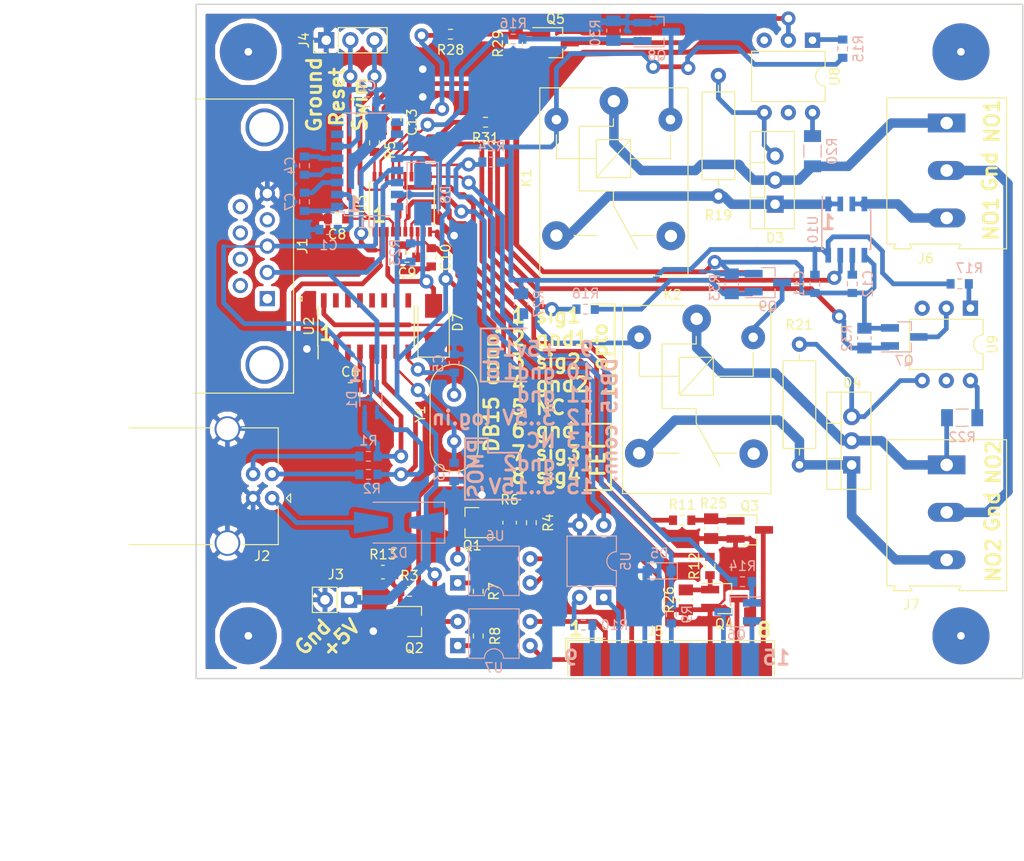
<source format=kicad_pcb>
(kicad_pcb (version 4) (host pcbnew 4.0.7)
  (layers (0 F.Cu signal) (31 B.Cu signal) (34 B.Paste user) (35 F.Paste user) (36 B.SilkS user) (37 F.SilkS user) (38 B.Mask user) (39 F.Mask user) (44 Edge.Cuts user))
  (net 0 "")
  (net 1 GND)
  (net 2 "Net-(C1-Pad2)")
  (net 3 "Net-(C2-Pad2)")
  (net 4 "Net-(C3-Pad2)")
  (net 5 "Net-(C4-Pad1)")
  (net 6 "Net-(C4-Pad2)")
  (net 7 "Net-(C5-Pad2)")
  (net 8 "Net-(C6-Pad2)")
  (net 9 "Net-(C7-Pad1)")
  (net 10 "Net-(C7-Pad2)")
  (net 11 /NRST)
  (net 12 "Net-(C9-Pad1)")
  (net 13 VCC)
  (net 14 "Net-(C12-Pad1)")
  (net 15 /TXD)
  (net 16 /RXD)
  (net 17 "Net-(D1-Pad4)")
  (net 18 "Net-(D1-Pad5)")
  (net 19 "Net-(D2-Pad2)")
  (net 20 "Net-(D3-Pad1)")
  (net 21 "Net-(D3-Pad2)")
  (net 22 "Net-(D3-Pad3)")
  (net 23 "Net-(D4-Pad1)")
  (net 24 "Net-(D4-Pad2)")
  (net 25 "Net-(D4-Pad3)")
  (net 26 "Net-(J2-Pad2)")
  (net 27 "Net-(J2-Pad3)")
  (net 28 /SWIM)
  (net 29 "Net-(J5-Pad1)")
  (net 30 "Net-(J5-Pad2)")
  (net 31 "Net-(J5-Pad3)")
  (net 32 "Net-(J5-Pad4)")
  (net 33 "Net-(J5-Pad7)")
  (net 34 "Net-(J5-Pad8)")
  (net 35 "Net-(J5-Pad9)")
  (net 36 "Net-(J5-Pad10)")
  (net 37 "Net-(J5-Pad12)")
  (net 38 "Net-(J5-Pad14)")
  (net 39 "Net-(J5-Pad15)")
  (net 40 GNDREF)
  (net 41 "Net-(J6-Pad3)")
  (net 42 "Net-(Q1-Pad1)")
  (net 43 "Net-(Q1-Pad3)")
  (net 44 "Net-(Q2-Pad1)")
  (net 45 "Net-(Q2-Pad3)")
  (net 46 "Net-(Q3-Pad1)")
  (net 47 "Net-(Q4-Pad1)")
  (net 48 "Net-(Q6-Pad1)")
  (net 49 "Net-(Q8-Pad1)")
  (net 50 "Net-(Q9-Pad1)")
  (net 51 /Out0)
  (net 52 /Out1)
  (net 53 /Cur0)
  (net 54 "Net-(R7-Pad1)")
  (net 55 "Net-(R8-Pad1)")
  (net 56 "Net-(R10-Pad2)")
  (net 57 /NKEY2)
  (net 58 /NKEY1)
  (net 59 /PKEY1)
  (net 60 "Net-(R15-Pad1)")
  (net 61 /Triac0)
  (net 62 /Relay0)
  (net 63 "Net-(R17-Pad1)")
  (net 64 /Triac1)
  (net 65 /Relay1)
  (net 66 "Net-(R20-Pad2)")
  (net 67 "Net-(R22-Pad2)")
  (net 68 /Rx)
  (net 69 /Tx)
  (net 70 /~In0)
  (net 71 /~In1)
  (net 72 "Net-(C13-Pad1)")
  (net 73 "Net-(K1-Pad5)")
  (net 74 "Net-(K2-Pad5)")
  (net 75 "Net-(Q5-Pad1)")
  (net 76 "Net-(Q5-Pad3)")
  (net 77 "Net-(Q7-Pad1)")
  (net 78 "Net-(Q7-Pad3)")
  (net 79 "Net-(D7-Pad1)")
  (net 80 "Net-(D8-Pad1)")
  (module Resistor_SMD:R_0603_1608Metric_Pad0.84x1.00mm_HandSolder (layer B.Cu) (at 118.872 51.435 180)
    (fp_text reference R17 (at -1.016 1.651 180) (layer B.SilkS) (effects (justify mirror)))
    (fp_text value 150)
    (pad 1 smd rect (at -0.9625 0 180) (size 0.845 1) (layers B.Cu B.Paste B.Mask) (net 63 "Net-(R17-Pad1)"))
    (pad 2 smd rect (at 0.9625 0 180) (size 0.845 1) (layers B.Cu B.Paste B.Mask) (net 13 VCC))
  )
  (module Capacitor_SMD:C_0603_1608Metric_Pad0.84x1.00mm_HandSolder (layer B.Cu) (at 52.451 45.72)
    (fp_text reference C1 (at 0 1.65) (layer B.SilkS) (effects (justify mirror)))
    (fp_text value 0.1)
    (pad 1 smd rect (at -0.9625 0) (size 0.845 1) (layers B.Cu B.Paste B.Mask) (net 1 GND))
    (pad 2 smd rect (at 0.9625 0) (size 0.845 1) (layers B.Cu B.Paste B.Mask) (net 2 "Net-(C1-Pad2)"))
  )
  (module Package_SSOP:SOP-16_4.4x10.4mm_P1.27mm (layer B.Cu) (at 56.506 38.856)
    (fp_text reference U1 (at 0 6.2) (layer B.SilkS) (effects (justify mirror)))
    (fp_text value MAX3232)
    (pad 1 smd rect (at -3.15 4.45) (size 1.3 0.8) (layers B.Cu B.Paste B.Mask) (net 9 "Net-(C7-Pad1)"))
    (pad 2 smd rect (at -3.15 3.17) (size 1.3 0.8) (layers B.Cu B.Paste B.Mask) (net 2 "Net-(C1-Pad2)"))
    (pad 3 smd rect (at -3.15 1.91) (size 1.3 0.8) (layers B.Cu B.Paste B.Mask) (net 10 "Net-(C7-Pad2)"))
    (pad 4 smd rect (at -3.15 0.64) (size 1.3 0.8) (layers B.Cu B.Paste B.Mask) (net 5 "Net-(C4-Pad1)"))
    (pad 5 smd rect (at -3.15 -0.64) (size 1.3 0.8) (layers B.Cu B.Paste B.Mask) (net 6 "Net-(C4-Pad2)"))
    (pad 6 smd rect (at -3.15 -1.91) (size 1.3 0.8) (layers B.Cu B.Paste B.Mask) (net 3 "Net-(C2-Pad2)"))
    (pad 7 smd rect (at -3.15 -3.17) (size 1.3 0.8) (layers B.Cu B.Paste B.Mask))
    (pad 8 smd rect (at -3.15 -4.45) (size 1.3 0.8) (layers B.Cu B.Paste B.Mask))
    (pad 9 smd rect (at 3.15 -4.45) (size 1.3 0.8) (layers B.Cu B.Paste B.Mask))
    (pad 10 smd rect (at 3.15 -3.17) (size 1.3 0.8) (layers B.Cu B.Paste B.Mask))
    (pad 11 smd rect (at 3.15 -1.91) (size 1.3 0.8) (layers B.Cu B.Paste B.Mask) (net 69 /Tx))
    (pad 12 smd rect (at 3.15 -0.64) (size 1.3 0.8) (layers B.Cu B.Paste B.Mask) (net 80 "Net-(D8-Pad1)"))
    (pad 13 smd rect (at 3.15 0.64) (size 1.3 0.8) (layers B.Cu B.Paste B.Mask) (net 15 /TXD))
    (pad 14 smd rect (at 3.15 1.91) (size 1.3 0.8) (layers B.Cu B.Paste B.Mask) (net 16 /RXD))
    (pad 15 smd rect (at 3.15 3.17) (size 1.3 0.8) (layers B.Cu B.Paste B.Mask) (net 1 GND))
    (pad 16 smd rect (at 3.15 4.45) (size 1.3 0.8) (layers B.Cu B.Paste B.Mask) (net 13 VCC))
  )
  (module Capacitor_SMD:C_0603_1608Metric_Pad0.84x1.00mm_HandSolder (layer B.Cu) (at 56.515 32.258 180)
    (fp_text reference C2 (at 0 1.65 180) (layer B.SilkS) (effects (justify mirror)))
    (fp_text value 0.1)
    (pad 1 smd rect (at -0.9625 0 180) (size 0.845 1) (layers B.Cu B.Paste B.Mask) (net 1 GND))
    (pad 2 smd rect (at 0.9625 0 180) (size 0.845 1) (layers B.Cu B.Paste B.Mask) (net 3 "Net-(C2-Pad2)"))
  )
  (module Capacitor_SMD:C_0603_1608Metric_Pad0.84x1.00mm_HandSolder (layer B.Cu) (at 65.659 71.247 90)
    (fp_text reference C3 (at 0 -1.524 90) (layer B.SilkS) (effects (justify mirror)))
    (fp_text value 22p)
    (pad 1 smd rect (at -0.9625 0 90) (size 0.845 1) (layers B.Cu B.Paste B.Mask) (net 1 GND))
    (pad 2 smd rect (at 0.9625 0 90) (size 0.845 1) (layers B.Cu B.Paste B.Mask) (net 4 "Net-(C3-Pad2)"))
  )
  (module Capacitor_SMD:C_0603_1608Metric_Pad0.84x1.00mm_HandSolder (layer B.Cu) (at 49.911 38.989 90)
    (fp_text reference C4 (at 0 -1.524 90) (layer B.SilkS) (effects (justify mirror)))
    (fp_text value 0.1)
    (pad 1 smd rect (at -0.9625 0 90) (size 0.845 1) (layers B.Cu B.Paste B.Mask) (net 5 "Net-(C4-Pad1)"))
    (pad 2 smd rect (at 0.9625 0 90) (size 0.845 1) (layers B.Cu B.Paste B.Mask) (net 6 "Net-(C4-Pad2)"))
  )
  (module Capacitor_SMD:C_0603_1608Metric_Pad0.84x1.00mm_HandSolder (layer B.Cu) (at 65.659 59.817 270)
    (fp_text reference C5 (at 0 1.65 270) (layer B.SilkS) (effects (justify mirror)))
    (fp_text value 22p)
    (pad 1 smd rect (at -0.9625 0 270) (size 0.845 1) (layers B.Cu B.Paste B.Mask) (net 1 GND))
    (pad 2 smd rect (at 0.9625 0 270) (size 0.845 1) (layers B.Cu B.Paste B.Mask) (net 7 "Net-(C5-Pad2)"))
  )
  (module Capacitor_SMD:C_0603_1608Metric_Pad0.84x1.00mm_HandSolder (layer F.Cu) (at 54.737 62.357)
    (fp_text reference C6 (at 0 -1.65) (layer F.SilkS))
    (fp_text value 0.1)
    (pad 1 smd rect (at -0.9625 0) (size 0.845 1) (layers F.Cu F.Paste F.Mask) (net 1 GND))
    (pad 2 smd rect (at 0.9625 0) (size 0.845 1) (layers F.Cu F.Paste F.Mask) (net 8 "Net-(C6-Pad2)"))
  )
  (module Capacitor_SMD:C_0603_1608Metric_Pad0.84x1.00mm_HandSolder (layer B.Cu) (at 49.911 42.799 90)
    (fp_text reference C7 (at 0 -1.524 90) (layer B.SilkS) (effects (justify mirror)))
    (fp_text value 0.1)
    (pad 1 smd rect (at -0.9625 0 90) (size 0.845 1) (layers B.Cu B.Paste B.Mask) (net 9 "Net-(C7-Pad1)"))
    (pad 2 smd rect (at 0.9625 0 90) (size 0.845 1) (layers B.Cu B.Paste B.Mask) (net 10 "Net-(C7-Pad2)"))
  )
  (module Capacitor_SMD:C_0603_1608Metric_Pad0.84x1.00mm_HandSolder (layer F.Cu) (at 53.34 44.577 180)
    (fp_text reference C8 (at 0 -1.65 180) (layer F.SilkS))
    (fp_text value 0.1)
    (pad 1 smd rect (at -0.9625 0 180) (size 0.845 1) (layers F.Cu F.Paste F.Mask) (net 11 /NRST))
    (pad 2 smd rect (at 0.9625 0 180) (size 0.845 1) (layers F.Cu F.Paste F.Mask) (net 1 GND))
  )
  (module Capacitor_SMD:C_0603_1608Metric_Pad0.84x1.00mm_HandSolder (layer F.Cu) (at 60.706 48.641 180)
    (fp_text reference C9 (at 0 -1.65 180) (layer F.SilkS))
    (fp_text value 0.1)
    (pad 1 smd rect (at -0.9625 0 180) (size 0.845 1) (layers F.Cu F.Paste F.Mask) (net 12 "Net-(C9-Pad1)"))
    (pad 2 smd rect (at 0.9625 0 180) (size 0.845 1) (layers F.Cu F.Paste F.Mask) (net 1 GND))
  )
  (module Capacitor_SMD:C_0603_1608Metric_Pad0.84x1.00mm_HandSolder (layer F.Cu) (at 63.246 48.641 90)
    (fp_text reference C10 (at 0 1.524 90) (layer F.SilkS))
    (fp_text value 0.1)
    (pad 1 smd rect (at -0.9625 0 90) (size 0.845 1) (layers F.Cu F.Paste F.Mask) (net 1 GND))
    (pad 2 smd rect (at 0.9625 0 90) (size 0.845 1) (layers F.Cu F.Paste F.Mask) (net 13 VCC))
  )
  (module Capacitor_SMD:C_0603_1608Metric_Pad0.84x1.00mm_HandSolder (layer B.Cu) (at 103.632 51.435 270)
    (fp_text reference C11 (at 0 1.65 270) (layer B.SilkS) (effects (justify mirror)))
    (fp_text value 0.1)
    (pad 1 smd rect (at -0.9625 0 270) (size 0.845 1) (layers B.Cu B.Paste B.Mask) (net 13 VCC))
    (pad 2 smd rect (at 0.9625 0 270) (size 0.845 1) (layers B.Cu B.Paste B.Mask) (net 1 GND))
  )
  (module Package_TO_SOT_SMD:SOT-353_SC-70-5_Handsoldering (layer B.Cu) (at 56.896 63.627 270)
    (fp_text reference D1 (at 0 2 270) (layer B.SilkS) (effects (justify mirror)))
    (fp_text value SMF05)
    (pad 1 smd rect (at -1.33 0.65 270) (size 1.5 0.4) (layers B.Cu B.Paste B.Mask) (net 15 /TXD))
    (pad 2 smd rect (at -1.33 0 270) (size 1.5 0.4) (layers B.Cu B.Paste B.Mask) (net 1 GND))
    (pad 3 smd rect (at -1.33 -0.65 270) (size 1.5 0.4) (layers B.Cu B.Paste B.Mask) (net 16 /RXD))
    (pad 4 smd rect (at 1.33 -0.65 270) (size 1.5 0.4) (layers B.Cu B.Paste B.Mask) (net 17 "Net-(D1-Pad4)"))
    (pad 5 smd rect (at 1.33 0.65 270) (size 1.5 0.4) (layers B.Cu B.Paste B.Mask) (net 18 "Net-(D1-Pad5)"))
  )
  (module Diode_SMD:D_SMA-SMB_Universal_Handsoldering (layer B.Cu) (at 59.817 76.581 180)
    (fp_text reference D2 (at 0 -3.175 180) (layer B.SilkS) (effects (justify mirror)))
    (fp_text value SS14)
    (pad 1 smd trapezoid (at -2.9 0 180) (size 3.6 1.7) (rect_delta 0.6 0) (layers B.Cu B.Paste B.Mask) (net 13 VCC))
    (pad 2 smd trapezoid (at 2.9 0) (size 3.6 1.7) (rect_delta 0.6 0) (layers B.Cu B.Paste B.Mask) (net 19 "Net-(D2-Pad2)"))
  )
  (module Package_TO_SOT_THT:TO-220-3_Vertical (layer F.Cu) (at 99.441 43.053 90)
    (fp_text reference D3 (at -3.556 0 180) (layer F.SilkS))
    (fp_text value BT137-600E)
    (pad 1 thru_hole rect (at 0 0 90) (size 1.8 1.8) (drill 1) (layers *.Cu *.Mask) (net 20 "Net-(D3-Pad1)"))
    (pad 2 thru_hole oval (at 2.54 0 90) (size 1.8 1.8) (drill 1) (layers *.Cu *.Mask) (net 21 "Net-(D3-Pad2)"))
    (pad 3 thru_hole oval (at 5.08 0 90) (size 1.8 1.8) (drill 1) (layers *.Cu *.Mask) (net 22 "Net-(D3-Pad3)"))
  )
  (module Package_TO_SOT_THT:TO-220-3_Vertical (layer F.Cu) (at 107.5 70.5 90)
    (fp_text reference D4 (at 8.651 0.069 180) (layer F.SilkS))
    (fp_text value BT137-600E)
    (pad 1 thru_hole rect (at 0 0 90) (size 1.8 1.8) (drill 1) (layers *.Cu *.Mask) (net 23 "Net-(D4-Pad1)"))
    (pad 2 thru_hole oval (at 2.54 0 90) (size 1.8 1.8) (drill 1) (layers *.Cu *.Mask) (net 24 "Net-(D4-Pad2)"))
    (pad 3 thru_hole oval (at 5.08 0 90) (size 1.8 1.8) (drill 1) (layers *.Cu *.Mask) (net 25 "Net-(D4-Pad3)"))
  )
  (module Connector_USB:USB_B_Horizontal (layer F.Cu) (at 46.5 74 180)
    (fp_text reference J2 (at 1.05 -6.1 180) (layer F.SilkS))
    (fp_text value USB_B)
    (pad 2 thru_hole circle (at 0 2.54 90) (size 1.52 1.52) (drill 0.81) (layers *.Cu *.Mask) (net 26 "Net-(J2-Pad2)"))
    (pad 1 thru_hole circle (at 0 0 90) (size 1.52 1.52) (drill 0.81) (layers *.Cu *.Mask) (net 19 "Net-(D2-Pad2)"))
    (pad 4 thru_hole circle (at 2 0 90) (size 1.52 1.52) (drill 0.81) (layers *.Cu *.Mask) (net 1 GND))
    (pad 3 thru_hole circle (at 2 2.54 90) (size 1.52 1.52) (drill 0.81) (layers *.Cu *.Mask) (net 27 "Net-(J2-Pad3)"))
    (pad 5 thru_hole circle (at 4.7 7.27 90) (size 2.7 2.7) (drill 2.3) (layers *.Cu *.Mask) (net 1 GND))
    (pad 5 thru_hole circle (at 4.7 -4.73 90) (size 2.7 2.7) (drill 2.3) (layers *.Cu *.Mask) (net 1 GND))
  )
  (module Connector_PinHeader_2.54mm:PinHeader_1x02_P2.54mm_Vertical (layer F.Cu) (at 54.61 84.709 270)
    (fp_text reference J3 (at -2.667 1.397 360) (layer F.SilkS))
    (fp_text value 5Vext)
    (pad 1 thru_hole rect (at 0 0 270) (size 1.7 1.7) (drill 1) (layers *.Cu *.Mask) (net 13 VCC))
    (pad 2 thru_hole oval (at 0 2.54 270) (size 1.7 1.7) (drill 1) (layers *.Cu *.Mask) (net 1 GND))
  )
  (module Connector_PinHeader_2.54mm:PinHeader_1x03_P2.54mm_Vertical (layer F.Cu) (at 52.197 25.781 90)
    (fp_text reference J4 (at 0 -2.33 90) (layer F.SilkS))
    (fp_text value SWIM)
    (pad 1 thru_hole rect (at 0 0 90) (size 1.7 1.7) (drill 1) (layers *.Cu *.Mask) (net 1 GND))
    (pad 2 thru_hole oval (at 0 2.54 90) (size 1.7 1.7) (drill 1) (layers *.Cu *.Mask) (net 11 /NRST))
    (pad 3 thru_hole oval (at 0 5.08 90) (size 1.7 1.7) (drill 1) (layers *.Cu *.Mask) (net 28 /SWIM))
  )
  (module Connector_Dsub:DSUB-15_Male_EdgeMount_P2.77mm (layer F.Cu) (at 88.5 91)
    (fp_text reference J5 (at -1.632 -2.989) (layer F.SilkS))
    (fp_text value DB15_Male)
    (pad 1 smd rect (at -9.695 0) (size 1.846667 3.48) (layers F.Cu F.Paste F.Mask) (net 29 "Net-(J5-Pad1)"))
    (pad 2 smd rect (at -6.925 0) (size 1.846667 3.48) (layers F.Cu F.Paste F.Mask) (net 30 "Net-(J5-Pad2)"))
    (pad 3 smd rect (at -4.155 0) (size 1.846667 3.48) (layers F.Cu F.Paste F.Mask) (net 31 "Net-(J5-Pad3)"))
    (pad 4 smd rect (at -1.385 0) (size 1.846667 3.48) (layers F.Cu F.Paste F.Mask) (net 32 "Net-(J5-Pad4)"))
    (pad 5 smd rect (at 1.385 0) (size 1.846667 3.48) (layers F.Cu F.Paste F.Mask))
    (pad 6 smd rect (at 4.155 0) (size 1.846667 3.48) (layers F.Cu F.Paste F.Mask) (net 1 GND))
    (pad 7 smd rect (at 6.925 0) (size 1.846667 3.48) (layers F.Cu F.Paste F.Mask) (net 33 "Net-(J5-Pad7)"))
    (pad 8 smd rect (at 9.695 0) (size 1.846667 3.48) (layers F.Cu F.Paste F.Mask) (net 34 "Net-(J5-Pad8)"))
    (pad 9 smd rect (at -8.31 0) (size 1.846667 3.48) (layers B.Cu B.Paste B.Mask) (net 35 "Net-(J5-Pad9)"))
    (pad 10 smd rect (at -5.54 0) (size 1.846667 3.48) (layers B.Cu B.Paste B.Mask) (net 36 "Net-(J5-Pad10)"))
    (pad 11 smd rect (at -2.77 0) (size 1.846667 3.48) (layers B.Cu B.Paste B.Mask) (net 1 GND))
    (pad 12 smd rect (at 0 0) (size 1.846667 3.48) (layers B.Cu B.Paste B.Mask) (net 37 "Net-(J5-Pad12)"))
    (pad 13 smd rect (at 2.77 0) (size 1.846667 3.48) (layers B.Cu B.Paste B.Mask))
    (pad 14 smd rect (at 5.54 0) (size 1.846667 3.48) (layers B.Cu B.Paste B.Mask) (net 38 "Net-(J5-Pad14)"))
    (pad 15 smd rect (at 8.31 0) (size 1.846667 3.48) (layers B.Cu B.Paste B.Mask) (net 39 "Net-(J5-Pad15)"))
  )
  (module TerminalBlock:TerminalBlock_Altech_AK300-3_P5.00mm (layer F.Cu) (at 117.5 34.5 270)
    (fp_text reference J6 (at 14.268 2.184 360) (layer F.SilkS))
    (fp_text value Power)
    (pad 1 thru_hole rect (at 0 0 270) (size 1.98 3.96) (drill 1.32) (layers *.Cu *.Mask) (net 21 "Net-(D3-Pad2)"))
    (pad 2 thru_hole oval (at 5 0 270) (size 1.98 3.96) (drill 1.32) (layers *.Cu *.Mask) (net 40 GNDREF))
    (pad 3 thru_hole oval (at 10 0 270) (size 1.98 3.96) (drill 1.32) (layers *.Cu *.Mask) (net 41 "Net-(J6-Pad3)"))
  )
  (module TerminalBlock:TerminalBlock_Altech_AK300-3_P5.00mm (layer F.Cu) (at 117.5 70.5 270)
    (fp_text reference J7 (at 14.717 3.708 360) (layer F.SilkS))
    (fp_text value Power)
    (pad 1 thru_hole rect (at 0 0 270) (size 1.98 3.96) (drill 1.32) (layers *.Cu *.Mask) (net 24 "Net-(D4-Pad2)"))
    (pad 2 thru_hole oval (at 5 0 270) (size 1.98 3.96) (drill 1.32) (layers *.Cu *.Mask) (net 40 GNDREF))
    (pad 3 thru_hole oval (at 10 0 270) (size 1.98 3.96) (drill 1.32) (layers *.Cu *.Mask) (net 23 "Net-(D4-Pad1)"))
  )
  (module Relay_THT:Relay_SPDT_SANYOU_SRD_Series_Form_C (layer F.Cu) (at 82.475 32.195 270)
    (fp_text reference K1 (at 8.1 9.2 270) (layer F.SilkS))
    (fp_text value SRD-05VDC)
    (pad 2 thru_hole circle (at 1.95 6.05) (size 2.5 2.5) (drill 1) (layers *.Cu *.Mask) (net 13 VCC))
    (pad 3 thru_hole circle (at 14.15 6.05) (size 3 3) (drill 1.3) (layers *.Cu *.Mask) (net 20 "Net-(D3-Pad1)"))
    (pad 4 thru_hole circle (at 14.2 -6) (size 3 3) (drill 1.3) (layers *.Cu *.Mask))
    (pad 5 thru_hole circle (at 1.95 -5.95) (size 2.5 2.5) (drill 1) (layers *.Cu *.Mask) (net 73 "Net-(K1-Pad5)"))
    (pad 1 thru_hole circle (at 0 0) (size 3 3) (drill 1.3) (layers *.Cu *.Mask) (net 21 "Net-(D3-Pad2)"))
  )
  (module Relay_THT:Relay_SPDT_SANYOU_SRD_Series_Form_C (layer F.Cu) (at 91.186 55.118 270)
    (fp_text reference K2 (at -2.54 2.54 360) (layer F.SilkS))
    (fp_text value SRD-05VDC)
    (pad 2 thru_hole circle (at 1.95 6.05) (size 2.5 2.5) (drill 1) (layers *.Cu *.Mask) (net 13 VCC))
    (pad 3 thru_hole circle (at 14.15 6.05) (size 3 3) (drill 1.3) (layers *.Cu *.Mask) (net 23 "Net-(D4-Pad1)"))
    (pad 4 thru_hole circle (at 14.2 -6) (size 3 3) (drill 1.3) (layers *.Cu *.Mask))
    (pad 5 thru_hole circle (at 1.95 -5.95) (size 2.5 2.5) (drill 1) (layers *.Cu *.Mask) (net 74 "Net-(K2-Pad5)"))
    (pad 1 thru_hole circle (at 0 0) (size 3 3) (drill 1.3) (layers *.Cu *.Mask) (net 24 "Net-(D4-Pad2)"))
  )
  (module Package_TO_SOT_SMD:SOT-23_Handsoldering (layer F.Cu) (at 67.564 76.581 180)
    (fp_text reference Q1 (at 0 -2.413 180) (layer F.SilkS))
    (fp_text value 2N7002)
    (pad 1 smd rect (at -1.5 -0.95 180) (size 1.9 0.8) (layers F.Cu F.Paste F.Mask) (net 42 "Net-(Q1-Pad1)"))
    (pad 2 smd rect (at -1.5 0.95 180) (size 1.9 0.8) (layers F.Cu F.Paste F.Mask) (net 1 GND))
    (pad 3 smd rect (at 1.5 0 180) (size 1.9 0.8) (layers F.Cu F.Paste F.Mask) (net 43 "Net-(Q1-Pad3)"))
  )
  (module Package_TO_SOT_SMD:SOT-23_Handsoldering (layer F.Cu) (at 61.468 86.995)
    (fp_text reference Q2 (at 0 2.794) (layer F.SilkS))
    (fp_text value 2N7002)
    (pad 1 smd rect (at -1.5 -0.95) (size 1.9 0.8) (layers F.Cu F.Paste F.Mask) (net 44 "Net-(Q2-Pad1)"))
    (pad 2 smd rect (at -1.5 0.95) (size 1.9 0.8) (layers F.Cu F.Paste F.Mask) (net 1 GND))
    (pad 3 smd rect (at 1.5 0) (size 1.9 0.8) (layers F.Cu F.Paste F.Mask) (net 45 "Net-(Q2-Pad3)"))
  )
  (module Package_TO_SOT_SMD:SOT-23_Handsoldering (layer F.Cu) (at 96.774 77.343)
    (fp_text reference Q3 (at 0 -2.5) (layer F.SilkS))
    (fp_text value SI2300)
    (pad 1 smd rect (at -1.5 -0.95) (size 1.9 0.8) (layers F.Cu F.Paste F.Mask) (net 46 "Net-(Q3-Pad1)"))
    (pad 2 smd rect (at -1.5 0.95) (size 1.9 0.8) (layers F.Cu F.Paste F.Mask) (net 1 GND))
    (pad 3 smd rect (at 1.5 0) (size 1.9 0.8) (layers F.Cu F.Paste F.Mask) (net 34 "Net-(J5-Pad8)"))
  )
  (module Package_TO_SOT_SMD:SOT-23_Handsoldering (layer F.Cu) (at 94.107 84.582)
    (fp_text reference Q4 (at 0 2.667) (layer F.SilkS))
    (fp_text value SI2300)
    (pad 1 smd rect (at -1.5 -0.95) (size 1.9 0.8) (layers F.Cu F.Paste F.Mask) (net 47 "Net-(Q4-Pad1)"))
    (pad 2 smd rect (at -1.5 0.95) (size 1.9 0.8) (layers F.Cu F.Paste F.Mask) (net 1 GND))
    (pad 3 smd rect (at 1.5 0) (size 1.9 0.8) (layers F.Cu F.Paste F.Mask) (net 33 "Net-(J5-Pad7)"))
  )
  (module Package_TO_SOT_SMD:SOT-23_Handsoldering (layer B.Cu) (at 95.504 85.979 180)
    (fp_text reference Q6 (at 0.127 -2.413 180) (layer B.SilkS) (effects (justify mirror)))
    (fp_text value AO3407)
    (pad 1 smd rect (at -1.5 0.95 180) (size 1.9 0.8) (layers B.Cu B.Paste B.Mask) (net 48 "Net-(Q6-Pad1)"))
    (pad 2 smd rect (at -1.5 -0.95 180) (size 1.9 0.8) (layers B.Cu B.Paste B.Mask) (net 39 "Net-(J5-Pad15)"))
    (pad 3 smd rect (at 1.5 0 180) (size 1.9 0.8) (layers B.Cu B.Paste B.Mask) (net 38 "Net-(J5-Pad14)"))
  )
  (module Package_TO_SOT_SMD:SOT-23_Handsoldering (layer B.Cu) (at 86.995 24.892)
    (fp_text reference Q8 (at 0 2.5) (layer B.SilkS) (effects (justify mirror)))
    (fp_text value 2N7002)
    (pad 1 smd rect (at -1.5 0.95) (size 1.9 0.8) (layers B.Cu B.Paste B.Mask) (net 49 "Net-(Q8-Pad1)"))
    (pad 2 smd rect (at -1.5 -0.95) (size 1.9 0.8) (layers B.Cu B.Paste B.Mask) (net 1 GND))
    (pad 3 smd rect (at 1.5 0) (size 1.9 0.8) (layers B.Cu B.Paste B.Mask) (net 73 "Net-(K1-Pad5)"))
  )
  (module Package_TO_SOT_SMD:SOT-23_Handsoldering (layer B.Cu) (at 98.679 51.308)
    (fp_text reference Q9 (at 0 2.5) (layer B.SilkS) (effects (justify mirror)))
    (fp_text value 2N7002)
    (pad 1 smd rect (at -1.5 0.95) (size 1.9 0.8) (layers B.Cu B.Paste B.Mask) (net 50 "Net-(Q9-Pad1)"))
    (pad 2 smd rect (at -1.5 -0.95) (size 1.9 0.8) (layers B.Cu B.Paste B.Mask) (net 1 GND))
    (pad 3 smd rect (at 1.5 0) (size 1.9 0.8) (layers B.Cu B.Paste B.Mask) (net 74 "Net-(K2-Pad5)"))
  )
  (module Resistor_SMD:R_0603_1608Metric_Pad0.84x1.00mm_HandSolder (layer B.Cu) (at 56.642 69.596 180)
    (fp_text reference R1 (at 0 1.65 180) (layer B.SilkS) (effects (justify mirror)))
    (fp_text value 22)
    (pad 1 smd rect (at -0.9625 0 180) (size 0.845 1) (layers B.Cu B.Paste B.Mask) (net 18 "Net-(D1-Pad5)"))
    (pad 2 smd rect (at 0.9625 0 180) (size 0.845 1) (layers B.Cu B.Paste B.Mask) (net 27 "Net-(J2-Pad3)"))
  )
  (module Resistor_SMD:R_0603_1608Metric_Pad0.84x1.00mm_HandSolder (layer B.Cu) (at 56.642 71.501 180)
    (fp_text reference R2 (at -0.358 -1.499 180) (layer B.SilkS) (effects (justify mirror)))
    (fp_text value 22)
    (pad 1 smd rect (at -0.9625 0 180) (size 0.845 1) (layers B.Cu B.Paste B.Mask) (net 17 "Net-(D1-Pad4)"))
    (pad 2 smd rect (at 0.9625 0 180) (size 0.845 1) (layers B.Cu B.Paste B.Mask) (net 26 "Net-(J2-Pad2)"))
  )
  (module Resistor_SMD:R_0603_1608Metric_Pad0.84x1.00mm_HandSolder (layer F.Cu) (at 60.96 83.82)
    (fp_text reference R3 (at 0 -1.65) (layer F.SilkS))
    (fp_text value 330)
    (pad 1 smd rect (at -0.9625 0) (size 0.845 1) (layers F.Cu F.Paste F.Mask) (net 44 "Net-(Q2-Pad1)"))
    (pad 2 smd rect (at 0.9625 0) (size 0.845 1) (layers F.Cu F.Paste F.Mask) (net 51 /Out0))
  )
  (module Resistor_SMD:R_0603_1608Metric_Pad0.84x1.00mm_HandSolder (layer F.Cu) (at 73.787 76.581 90)
    (fp_text reference R4 (at 0 1.778 90) (layer F.SilkS))
    (fp_text value 330)
    (pad 1 smd rect (at -0.9625 0 90) (size 0.845 1) (layers F.Cu F.Paste F.Mask) (net 42 "Net-(Q1-Pad1)"))
    (pad 2 smd rect (at 0.9625 0 90) (size 0.845 1) (layers F.Cu F.Paste F.Mask) (net 52 /Out1))
  )
  (module Resistor_SMD:R_0603_1608Metric_Pad0.84x1.00mm_HandSolder (layer F.Cu) (at 57.277 36.576 270)
    (fp_text reference R5 (at 0.762 -1.651 270) (layer F.SilkS))
    (fp_text value 4k7)
    (pad 1 smd rect (at -0.9625 0 270) (size 0.845 1) (layers F.Cu F.Paste F.Mask) (net 53 /Cur0))
    (pad 2 smd rect (at 0.9625 0 270) (size 0.845 1) (layers F.Cu F.Paste F.Mask) (net 72 "Net-(C13-Pad1)"))
  )
  (module Resistor_SMD:R_0603_1608Metric_Pad0.84x1.00mm_HandSolder (layer F.Cu) (at 68.199 83.82 270)
    (fp_text reference R7 (at 0 -1.65 270) (layer F.SilkS))
    (fp_text value 150)
    (pad 1 smd rect (at -0.9625 0 270) (size 0.845 1) (layers F.Cu F.Paste F.Mask) (net 54 "Net-(R7-Pad1)"))
    (pad 2 smd rect (at 0.9625 0 270) (size 0.845 1) (layers F.Cu F.Paste F.Mask) (net 13 VCC))
  )
  (module Resistor_SMD:R_0603_1608Metric_Pad0.84x1.00mm_HandSolder (layer F.Cu) (at 68.199 88.519 90)
    (fp_text reference R8 (at 0 1.778 90) (layer F.SilkS))
    (fp_text value 150)
    (pad 1 smd rect (at -0.9625 0 90) (size 0.845 1) (layers F.Cu F.Paste F.Mask) (net 55 "Net-(R8-Pad1)"))
    (pad 2 smd rect (at 0.9625 0 90) (size 0.845 1) (layers F.Cu F.Paste F.Mask) (net 13 VCC))
  )
  (module Resistor_SMD:R_0603_1608Metric_Pad0.84x1.00mm_HandSolder (layer B.Cu) (at 88.519 86.233 90)
    (fp_text reference R9 (at 0 1.65 90) (layer B.SilkS) (effects (justify mirror)))
    (fp_text value 150)
    (pad 1 smd rect (at -0.9625 0 90) (size 0.845 1) (layers B.Cu B.Paste B.Mask) (net 37 "Net-(J5-Pad12)"))
    (pad 2 smd rect (at 0.9625 0 90) (size 0.845 1) (layers B.Cu B.Paste B.Mask) (net 70 /~In0))
  )
  (module Resistor_SMD:R_0603_1608Metric_Pad0.84x1.00mm_HandSolder (layer B.Cu) (at 79.248 87.376 180)
    (fp_text reference R10 (at -3.302 0 180) (layer B.SilkS) (effects (justify mirror)))
    (fp_text value 150)
    (pad 1 smd rect (at -0.9625 0 180) (size 0.845 1) (layers B.Cu B.Paste B.Mask) (net 35 "Net-(J5-Pad9)"))
    (pad 2 smd rect (at 0.9625 0 180) (size 0.845 1) (layers B.Cu B.Paste B.Mask) (net 56 "Net-(R10-Pad2)"))
  )
  (module Resistor_SMD:R_0603_1608Metric_Pad0.84x1.00mm_HandSolder (layer F.Cu) (at 89.662 76.327 180)
    (fp_text reference R11 (at 0 1.651 180) (layer F.SilkS))
    (fp_text value 330)
    (pad 1 smd rect (at -0.9625 0 180) (size 0.845 1) (layers F.Cu F.Paste F.Mask) (net 46 "Net-(Q3-Pad1)"))
    (pad 2 smd rect (at 0.9625 0 180) (size 0.845 1) (layers F.Cu F.Paste F.Mask) (net 57 /NKEY2))
  )
  (module Resistor_SMD:R_0603_1608Metric_Pad0.84x1.00mm_HandSolder (layer F.Cu) (at 92.583 81.153 90)
    (fp_text reference R12 (at 0 -1.65 90) (layer F.SilkS))
    (fp_text value 330)
    (pad 1 smd rect (at -0.9625 0 90) (size 0.845 1) (layers F.Cu F.Paste F.Mask) (net 47 "Net-(Q4-Pad1)"))
    (pad 2 smd rect (at 0.9625 0 90) (size 0.845 1) (layers F.Cu F.Paste F.Mask) (net 58 /NKEY1))
  )
  (module Resistor_SMD:R_0603_1608Metric_Pad0.84x1.00mm_HandSolder (layer B.Cu) (at 96.012 82.804 180)
    (fp_text reference R14 (at 0 1.65 180) (layer B.SilkS) (effects (justify mirror)))
    (fp_text value 330)
    (pad 1 smd rect (at -0.9625 0 180) (size 0.845 1) (layers B.Cu B.Paste B.Mask) (net 48 "Net-(Q6-Pad1)"))
    (pad 2 smd rect (at 0.9625 0 180) (size 0.845 1) (layers B.Cu B.Paste B.Mask) (net 59 /PKEY1))
  )
  (module Resistor_SMD:R_0603_1608Metric_Pad0.84x1.00mm_HandSolder (layer B.Cu) (at 106.553 26.67 270)
    (fp_text reference R15 (at 0 -1.651 270) (layer B.SilkS) (effects (justify mirror)))
    (fp_text value 150)
    (pad 1 smd rect (at -0.9625 0 270) (size 0.845 1) (layers B.Cu B.Paste B.Mask) (net 60 "Net-(R15-Pad1)"))
    (pad 2 smd rect (at 0.9625 0 270) (size 0.845 1) (layers B.Cu B.Paste B.Mask) (net 13 VCC))
  )
  (module Resistor_SMD:R_0603_1608Metric_Pad0.84x1.00mm_HandSolder (layer B.Cu) (at 71.882 25.654 180)
    (fp_text reference R16 (at 0 1.65 180) (layer B.SilkS) (effects (justify mirror)))
    (fp_text value 330)
    (pad 1 smd rect (at -0.9625 0 180) (size 0.845 1) (layers B.Cu B.Paste B.Mask) (net 49 "Net-(Q8-Pad1)"))
    (pad 2 smd rect (at 0.9625 0 180) (size 0.845 1) (layers B.Cu B.Paste B.Mask) (net 62 /Relay0))
  )
  (module Resistor_SMD:R_0603_1608Metric_Pad0.84x1.00mm_HandSolder (layer B.Cu) (at 79.502 54.102 180)
    (fp_text reference R18 (at 0 1.65 180) (layer B.SilkS) (effects (justify mirror)))
    (fp_text value 330)
    (pad 1 smd rect (at -0.9625 0 180) (size 0.845 1) (layers B.Cu B.Paste B.Mask) (net 50 "Net-(Q9-Pad1)"))
    (pad 2 smd rect (at 0.9625 0 180) (size 0.845 1) (layers B.Cu B.Paste B.Mask) (net 65 /Relay1))
  )
  (module Resistor_SMD:R_1206_3216Metric_Pad1.24x1.80mm_HandSolder (layer B.Cu) (at 103.378 37.465 90)
    (fp_text reference R20 (at 0 2.05 90) (layer B.SilkS) (effects (justify mirror)))
    (fp_text value 330)
    (pad 1 smd rect (at -1.5925 0 90) (size 1.245 1.8) (layers B.Cu B.Paste B.Mask) (net 21 "Net-(D3-Pad2)"))
    (pad 2 smd rect (at 1.5925 0 90) (size 1.245 1.8) (layers B.Cu B.Paste B.Mask) (net 66 "Net-(R20-Pad2)"))
  )
  (module Resistor_SMD:R_1206_3216Metric_Pad1.24x1.80mm_HandSolder (layer B.Cu) (at 119.126 65.532)
    (fp_text reference R22 (at 0 2.05) (layer B.SilkS) (effects (justify mirror)))
    (fp_text value 330)
    (pad 1 smd rect (at -1.5925 0) (size 1.245 1.8) (layers B.Cu B.Paste B.Mask) (net 24 "Net-(D4-Pad2)"))
    (pad 2 smd rect (at 1.5925 0) (size 1.245 1.8) (layers B.Cu B.Paste B.Mask) (net 67 "Net-(R22-Pad2)"))
  )
  (module Resistor_SMD:R_0603_1608Metric_Pad0.84x1.00mm_HandSolder (layer B.Cu) (at 61.087 48.133 90)
    (fp_text reference R23 (at 0 -1.651 90) (layer B.SilkS) (effects (justify mirror)))
    (fp_text value 4k7)
    (pad 1 smd rect (at -0.9625 0 90) (size 0.845 1) (layers B.Cu B.Paste B.Mask) (net 13 VCC))
    (pad 2 smd rect (at 0.9625 0 90) (size 0.845 1) (layers B.Cu B.Paste B.Mask) (net 68 /Rx))
  )
  (module Package_SOIC:SOIC-16_3.9x9.9mm_P1.27mm (layer F.Cu) (at 56.388 55.88 90)
    (fp_text reference U2 (at 0 -6 90) (layer F.SilkS))
    (fp_text value CH340G)
    (pad 1 smd rect (at -2.7 -4.445 90) (size 1.5 0.6) (layers F.Cu F.Paste F.Mask) (net 1 GND))
    (pad 2 smd rect (at -2.7 -3.175 90) (size 1.5 0.6) (layers F.Cu F.Paste F.Mask) (net 79 "Net-(D7-Pad1)"))
    (pad 3 smd rect (at -2.7 -1.905 90) (size 1.5 0.6) (layers F.Cu F.Paste F.Mask) (net 69 /Tx))
    (pad 4 smd rect (at -2.7 -0.635 90) (size 1.5 0.6) (layers F.Cu F.Paste F.Mask) (net 8 "Net-(C6-Pad2)"))
    (pad 5 smd rect (at -2.7 0.635 90) (size 1.5 0.6) (layers F.Cu F.Paste F.Mask) (net 18 "Net-(D1-Pad5)"))
    (pad 6 smd rect (at -2.7 1.905 90) (size 1.5 0.6) (layers F.Cu F.Paste F.Mask) (net 17 "Net-(D1-Pad4)"))
    (pad 7 smd rect (at -2.7 3.175 90) (size 1.5 0.6) (layers F.Cu F.Paste F.Mask) (net 4 "Net-(C3-Pad2)"))
    (pad 8 smd rect (at -2.7 4.445 90) (size 1.5 0.6) (layers F.Cu F.Paste F.Mask) (net 7 "Net-(C5-Pad2)"))
    (pad 9 smd rect (at 2.7 4.445 90) (size 1.5 0.6) (layers F.Cu F.Paste F.Mask))
    (pad 10 smd rect (at 2.7 3.175 90) (size 1.5 0.6) (layers F.Cu F.Paste F.Mask))
    (pad 11 smd rect (at 2.7 1.905 90) (size 1.5 0.6) (layers F.Cu F.Paste F.Mask))
    (pad 12 smd rect (at 2.7 0.635 90) (size 1.5 0.6) (layers F.Cu F.Paste F.Mask))
    (pad 13 smd rect (at 2.7 -0.635 90) (size 1.5 0.6) (layers F.Cu F.Paste F.Mask))
    (pad 14 smd rect (at 2.7 -1.905 90) (size 1.5 0.6) (layers F.Cu F.Paste F.Mask))
    (pad 15 smd rect (at 2.7 -3.175 90) (size 1.5 0.6) (layers F.Cu F.Paste F.Mask))
    (pad 16 smd rect (at 2.7 -4.445 90) (size 1.5 0.6) (layers F.Cu F.Paste F.Mask) (net 13 VCC))
  )
  (module Package_SSOP:SSOP-20_4.4x6.5mm_P0.65mm (layer F.Cu) (at 60.198 43.053 90)
    (fp_text reference U3 (at 0 -4.3 90) (layer F.SilkS))
    (fp_text value STM8S003F3P)
    (pad 1 smd rect (at -2.9 -2.925 90) (size 1 0.4) (layers F.Cu F.Paste F.Mask))
    (pad 2 smd rect (at -2.9 -2.275 90) (size 1 0.4) (layers F.Cu F.Paste F.Mask) (net 69 /Tx))
    (pad 3 smd rect (at -2.9 -1.625 90) (size 1 0.4) (layers F.Cu F.Paste F.Mask) (net 68 /Rx))
    (pad 4 smd rect (at -2.9 -0.975 90) (size 1 0.4) (layers F.Cu F.Paste F.Mask) (net 11 /NRST))
    (pad 5 smd rect (at -2.9 -0.325 90) (size 1 0.4) (layers F.Cu F.Paste F.Mask) (net 71 /~In1))
    (pad 6 smd rect (at -2.9 0.325 90) (size 1 0.4) (layers F.Cu F.Paste F.Mask) (net 52 /Out1))
    (pad 7 smd rect (at -2.9 0.975 90) (size 1 0.4) (layers F.Cu F.Paste F.Mask) (net 1 GND))
    (pad 8 smd rect (at -2.9 1.625 90) (size 1 0.4) (layers F.Cu F.Paste F.Mask) (net 12 "Net-(C9-Pad1)"))
    (pad 9 smd rect (at -2.9 2.275 90) (size 1 0.4) (layers F.Cu F.Paste F.Mask) (net 13 VCC))
    (pad 10 smd rect (at -2.9 2.925 90) (size 1 0.4) (layers F.Cu F.Paste F.Mask) (net 51 /Out0))
    (pad 11 smd rect (at 2.9 2.925 90) (size 1 0.4) (layers F.Cu F.Paste F.Mask) (net 59 /PKEY1))
    (pad 12 smd rect (at 2.9 2.275 90) (size 1 0.4) (layers F.Cu F.Paste F.Mask) (net 70 /~In0))
    (pad 13 smd rect (at 2.9 1.625 90) (size 1 0.4) (layers F.Cu F.Paste F.Mask) (net 57 /NKEY2))
    (pad 14 smd rect (at 2.9 0.975 90) (size 1 0.4) (layers F.Cu F.Paste F.Mask) (net 65 /Relay1))
    (pad 15 smd rect (at 2.9 0.325 90) (size 1 0.4) (layers F.Cu F.Paste F.Mask) (net 58 /NKEY1))
    (pad 16 smd rect (at 2.9 -0.325 90) (size 1 0.4) (layers F.Cu F.Paste F.Mask) (net 64 /Triac1))
    (pad 17 smd rect (at 2.9 -0.975 90) (size 1 0.4) (layers F.Cu F.Paste F.Mask) (net 62 /Relay0))
    (pad 18 smd rect (at 2.9 -1.625 90) (size 1 0.4) (layers F.Cu F.Paste F.Mask) (net 28 /SWIM))
    (pad 19 smd rect (at 2.9 -2.275 90) (size 1 0.4) (layers F.Cu F.Paste F.Mask) (net 61 /Triac0))
    (pad 20 smd rect (at 2.9 -2.925 90) (size 1 0.4) (layers F.Cu F.Paste F.Mask) (net 72 "Net-(C13-Pad1)"))
  )
  (module Package_DIP:DIP-4_W7.62mm (layer B.Cu) (at 81.407 84.455 90)
    (fp_text reference U5 (at 3.81 2.33 90) (layer B.SilkS) (effects (justify mirror)))
    (fp_text value PC817)
    (pad 1 thru_hole rect (at 0 0 90) (size 1.6 1.6) (drill 0.8) (layers *.Cu *.Mask) (net 36 "Net-(J5-Pad10)"))
    (pad 3 thru_hole oval (at 7.62 -2.54 90) (size 1.6 1.6) (drill 0.8) (layers *.Cu *.Mask) (net 1 GND))
    (pad 2 thru_hole oval (at 0 -2.54 90) (size 1.6 1.6) (drill 0.8) (layers *.Cu *.Mask) (net 56 "Net-(R10-Pad2)"))
    (pad 4 thru_hole oval (at 7.62 0 90) (size 1.6 1.6) (drill 0.8) (layers *.Cu *.Mask) (net 71 /~In1))
  )
  (module Package_DIP:DIP-4_W7.62mm (layer B.Cu) (at 66.04 82.931)
    (fp_text reference U6 (at 3.937 -4.953) (layer B.SilkS) (effects (justify mirror)))
    (fp_text value PC817)
    (pad 1 thru_hole rect (at 0 0) (size 1.6 1.6) (drill 0.8) (layers *.Cu *.Mask) (net 54 "Net-(R7-Pad1)"))
    (pad 3 thru_hole oval (at 7.62 -2.54) (size 1.6 1.6) (drill 0.8) (layers *.Cu *.Mask) (net 32 "Net-(J5-Pad4)"))
    (pad 2 thru_hole oval (at 0 -2.54) (size 1.6 1.6) (drill 0.8) (layers *.Cu *.Mask) (net 43 "Net-(Q1-Pad3)"))
    (pad 4 thru_hole oval (at 7.62 0) (size 1.6 1.6) (drill 0.8) (layers *.Cu *.Mask) (net 31 "Net-(J5-Pad3)"))
  )
  (module Package_DIP:DIP-4_W7.62mm (layer B.Cu) (at 66.04 89.535)
    (fp_text reference U7 (at 3.81 2.33) (layer B.SilkS) (effects (justify mirror)))
    (fp_text value PC817)
    (pad 1 thru_hole rect (at 0 0) (size 1.6 1.6) (drill 0.8) (layers *.Cu *.Mask) (net 55 "Net-(R8-Pad1)"))
    (pad 3 thru_hole oval (at 7.62 -2.54) (size 1.6 1.6) (drill 0.8) (layers *.Cu *.Mask) (net 30 "Net-(J5-Pad2)"))
    (pad 2 thru_hole oval (at 0 -2.54) (size 1.6 1.6) (drill 0.8) (layers *.Cu *.Mask) (net 45 "Net-(Q2-Pad3)"))
    (pad 4 thru_hole oval (at 7.62 0) (size 1.6 1.6) (drill 0.8) (layers *.Cu *.Mask) (net 29 "Net-(J5-Pad1)"))
  )
  (module Package_DIP:DIP-6_W7.62mm (layer F.Cu) (at 103.378 25.781 270)
    (fp_text reference U8 (at 3.81 -2.33 270) (layer F.SilkS))
    (fp_text value MOC3063M)
    (pad 1 thru_hole rect (at 0 0 270) (size 1.6 1.6) (drill 0.8) (layers *.Cu *.Mask) (net 60 "Net-(R15-Pad1)"))
    (pad 4 thru_hole oval (at 7.62 5.08 270) (size 1.6 1.6) (drill 0.8) (layers *.Cu *.Mask) (net 22 "Net-(D3-Pad3)"))
    (pad 2 thru_hole oval (at 0 2.54 270) (size 1.6 1.6) (drill 0.8) (layers *.Cu *.Mask) (net 76 "Net-(Q5-Pad3)"))
    (pad 5 thru_hole oval (at 7.62 2.54 270) (size 1.6 1.6) (drill 0.8) (layers *.Cu *.Mask))
    (pad 3 thru_hole oval (at 0 5.08 270) (size 1.6 1.6) (drill 0.8) (layers *.Cu *.Mask))
    (pad 6 thru_hole oval (at 7.62 0 270) (size 1.6 1.6) (drill 0.8) (layers *.Cu *.Mask) (net 66 "Net-(R20-Pad2)"))
  )
  (module Package_DIP:DIP-6_W7.62mm (layer F.Cu) (at 120 54 270)
    (fp_text reference U9 (at 3.81 -2.33 270) (layer F.SilkS))
    (fp_text value MOC3063M)
    (pad 1 thru_hole rect (at 0 0 270) (size 1.6 1.6) (drill 0.8) (layers *.Cu *.Mask) (net 63 "Net-(R17-Pad1)"))
    (pad 4 thru_hole oval (at 7.62 5.08 270) (size 1.6 1.6) (drill 0.8) (layers *.Cu *.Mask) (net 25 "Net-(D4-Pad3)"))
    (pad 2 thru_hole oval (at 0 2.54 270) (size 1.6 1.6) (drill 0.8) (layers *.Cu *.Mask) (net 78 "Net-(Q7-Pad3)"))
    (pad 5 thru_hole oval (at 7.62 2.54 270) (size 1.6 1.6) (drill 0.8) (layers *.Cu *.Mask))
    (pad 3 thru_hole oval (at 0 5.08 270) (size 1.6 1.6) (drill 0.8) (layers *.Cu *.Mask))
    (pad 6 thru_hole oval (at 7.62 0 270) (size 1.6 1.6) (drill 0.8) (layers *.Cu *.Mask) (net 67 "Net-(R22-Pad2)"))
  )
  (module Package_SOIC:SOIC-8_3.9x4.9mm_P1.27mm (layer B.Cu) (at 106.934 45.72 270)
    (fp_text reference U10 (at 0 3.5 270) (layer B.SilkS) (effects (justify mirror)))
    (fp_text value ACS712)
    (pad 1 smd rect (at -2.7 1.905 270) (size 1.55 0.6) (layers B.Cu B.Paste B.Mask) (net 20 "Net-(D3-Pad1)"))
    (pad 2 smd rect (at -2.7 0.635 270) (size 1.55 0.6) (layers B.Cu B.Paste B.Mask) (net 20 "Net-(D3-Pad1)"))
    (pad 3 smd rect (at -2.7 -0.635 270) (size 1.55 0.6) (layers B.Cu B.Paste B.Mask) (net 41 "Net-(J6-Pad3)"))
    (pad 4 smd rect (at -2.7 -1.905 270) (size 1.55 0.6) (layers B.Cu B.Paste B.Mask) (net 41 "Net-(J6-Pad3)"))
    (pad 5 smd rect (at 2.7 -1.905 270) (size 1.55 0.6) (layers B.Cu B.Paste B.Mask) (net 1 GND))
    (pad 6 smd rect (at 2.7 -0.635 270) (size 1.55 0.6) (layers B.Cu B.Paste B.Mask) (net 14 "Net-(C12-Pad1)"))
    (pad 7 smd rect (at 2.7 0.635 270) (size 1.55 0.6) (layers B.Cu B.Paste B.Mask) (net 53 /Cur0))
    (pad 8 smd rect (at 2.7 1.905 270) (size 1.55 0.6) (layers B.Cu B.Paste B.Mask) (net 13 VCC))
  )
  (module Crystal:Crystal_HC49-U_Vertical (layer F.Cu) (at 65.659 63.119 270)
    (fp_text reference Y1 (at 2.032 3.556 270) (layer F.SilkS))
    (fp_text value 12M)
    (pad 1 thru_hole circle (at 0 0 270) (size 1.5 1.5) (drill 0.8) (layers *.Cu *.Mask) (net 7 "Net-(C5-Pad2)"))
    (pad 2 thru_hole circle (at 4.88 0 270) (size 1.5 1.5) (drill 0.8) (layers *.Cu *.Mask) (net 4 "Net-(C3-Pad2)"))
  )
  (module Connector_Dsub:DSUB-9_Female_Horizontal_P2.77x2.84mm_EdgePinOffset4.94mm_Housed_MountingHolesOffset7.48mm (layer F.Cu) (at 46 53 270)
    (fp_text reference J1 (at -5.54 -3.7 270) (layer F.SilkS))
    (fp_text value DB9_Female)
    (pad 1 thru_hole rect (at 0 0 270) (size 1.6 1.6) (drill 1) (layers *.Cu *.Mask))
    (pad 2 thru_hole circle (at -2.77 0 270) (size 1.6 1.6) (drill 1) (layers *.Cu *.Mask) (net 16 /RXD))
    (pad 3 thru_hole circle (at -5.54 0 270) (size 1.6 1.6) (drill 1) (layers *.Cu *.Mask) (net 15 /TXD))
    (pad 4 thru_hole circle (at -8.31 0 270) (size 1.6 1.6) (drill 1) (layers *.Cu *.Mask))
    (pad 5 thru_hole circle (at -11.08 0 270) (size 1.6 1.6) (drill 1) (layers *.Cu *.Mask) (net 1 GND))
    (pad 6 thru_hole circle (at -1.385 2.84 270) (size 1.6 1.6) (drill 1) (layers *.Cu *.Mask))
    (pad 7 thru_hole circle (at -4.155 2.84 270) (size 1.6 1.6) (drill 1) (layers *.Cu *.Mask))
    (pad 8 thru_hole circle (at -6.925 2.84 270) (size 1.6 1.6) (drill 1) (layers *.Cu *.Mask))
    (pad 9 thru_hole circle (at -9.695 2.84 270) (size 1.6 1.6) (drill 1) (layers *.Cu *.Mask))
    (pad 0 thru_hole circle (at -18.04 0.3 270) (size 4 4) (drill 3.2) (layers *.Cu *.Mask))
    (pad 0 thru_hole circle (at 6.96 0.3 270) (size 4 4) (drill 3.2) (layers *.Cu *.Mask))
  )
  (module Diode_SMD:D_SOD-323_HandSoldering (layer B.Cu) (at 87.249 81.661 180)
    (fp_text reference D5 (at 0 1.85 180) (layer B.SilkS) (effects (justify mirror)))
    (fp_text value "5V suppressor")
    (pad 1 smd rect (at -1.25 0 180) (size 1 1) (layers B.Cu B.Paste B.Mask) (net 70 /~In0))
    (pad 2 smd rect (at 1.25 0 180) (size 1 1) (layers B.Cu B.Paste B.Mask) (net 1 GND))
  )
  (module Capacitor_SMD:C_0603_1608Metric_Pad0.84x1.00mm_HandSolder (layer F.Cu) (at 59.563 34.036 90)
    (fp_text reference C13 (at -0.381 1.651 90) (layer F.SilkS))
    (fp_text value 0.1)
    (pad 1 smd rect (at -0.9625 0 90) (size 0.845 1) (layers F.Cu F.Paste F.Mask) (net 72 "Net-(C13-Pad1)"))
    (pad 2 smd rect (at 0.9625 0 90) (size 0.845 1) (layers F.Cu F.Paste F.Mask) (net 1 GND))
  )
  (module Resistor_THT:R_Axial_DIN0309_L9.0mm_D3.2mm_P12.70mm_Horizontal (layer F.Cu) (at 93.475 42.195 90)
    (fp_text reference R19 (at -2.001 -0.003 180) (layer F.SilkS))
    (fp_text value 330)
    (pad 1 thru_hole circle (at 0 0 90) (size 1.6 1.6) (drill 0.8) (layers *.Cu *.Mask) (net 20 "Net-(D3-Pad1)"))
    (pad 2 thru_hole oval (at 12.7 0 90) (size 1.6 1.6) (drill 0.8) (layers *.Cu *.Mask) (net 22 "Net-(D3-Pad3)"))
  )
  (module Resistor_THT:R_Axial_DIN0309_L9.0mm_D3.2mm_P12.70mm_Horizontal (layer F.Cu) (at 102 70.5 90)
    (fp_text reference R21 (at 14.747 -0.019 180) (layer F.SilkS))
    (fp_text value 330)
    (pad 1 thru_hole circle (at 0 0 90) (size 1.6 1.6) (drill 0.8) (layers *.Cu *.Mask) (net 23 "Net-(D4-Pad1)"))
    (pad 2 thru_hole oval (at 12.7 0 90) (size 1.6 1.6) (drill 0.8) (layers *.Cu *.Mask) (net 25 "Net-(D4-Pad3)"))
  )
  (module Capacitor_SMD:C_0603_1608Metric_Pad0.84x1.00mm_HandSolder (layer B.Cu) (at 107.569 51.435 270)
    (fp_text reference C12 (at 0 -1.651 270) (layer B.SilkS) (effects (justify mirror)))
    (fp_text value 1n)
    (pad 1 smd rect (at -0.9625 0 270) (size 0.845 1) (layers B.Cu B.Paste B.Mask) (net 14 "Net-(C12-Pad1)"))
    (pad 2 smd rect (at 0.9625 0 270) (size 0.845 1) (layers B.Cu B.Paste B.Mask) (net 1 GND))
  )
  (module my_footprints:Hole_3mm (layer F.Cu) (at 44 27)
    (fp_text reference REF** hide)
    (fp_text value MountingHole_3.2mm_M3 hide)
    (pad "" np_thru_hole circle (at 0 0) (size 6 6) (drill 0.8) (layers *.Cu *.Mask))
  )
  (module my_footprints:Hole_3mm (layer F.Cu) (at 44 88.5)
    (fp_text reference REF** hide)
    (fp_text value MountingHole_3.2mm_M3 hide)
    (pad "" np_thru_hole circle (at 0 0) (size 6 6) (drill 0.8) (layers *.Cu *.Mask))
  )
  (module my_footprints:Hole_3mm (layer F.Cu) (at 119 88.5)
    (fp_text reference REF** hide)
    (fp_text value MountingHole_3.2mm_M3 hide)
    (pad "" np_thru_hole circle (at 0 0) (size 6 6) (drill 0.8) (layers *.Cu *.Mask))
  )
  (module my_footprints:Hole_3mm (layer F.Cu) (at 119 27)
    (fp_text reference REF** hide)
    (fp_text value MountingHole_3.2mm_M3 hide)
    (pad "" np_thru_hole circle (at 0 0) (size 6 6) (drill 0.8) (layers *.Cu *.Mask))
  )
  (module Package_TO_SOT_SMD:SOT-23_Handsoldering (layer F.Cu) (at 76.327 26.035)
    (fp_text reference Q5 (at 0 -2.5) (layer F.SilkS))
    (fp_text value 2N7002)
    (pad 1 smd rect (at -1.5 -0.95) (size 1.9 0.8) (layers F.Cu F.Paste F.Mask) (net 75 "Net-(Q5-Pad1)"))
    (pad 2 smd rect (at -1.5 0.95) (size 1.9 0.8) (layers F.Cu F.Paste F.Mask) (net 1 GND))
    (pad 3 smd rect (at 1.5 0) (size 1.9 0.8) (layers F.Cu F.Paste F.Mask) (net 76 "Net-(Q5-Pad3)"))
  )
  (module Package_TO_SOT_SMD:SOT-23_Handsoldering (layer B.Cu) (at 113.03 57.023)
    (fp_text reference Q7 (at 0 2.5) (layer B.SilkS) (effects (justify mirror)))
    (fp_text value 2N7002)
    (pad 1 smd rect (at -1.5 0.95) (size 1.9 0.8) (layers B.Cu B.Paste B.Mask) (net 77 "Net-(Q7-Pad1)"))
    (pad 2 smd rect (at -1.5 -0.95) (size 1.9 0.8) (layers B.Cu B.Paste B.Mask) (net 1 GND))
    (pad 3 smd rect (at 1.5 0) (size 1.9 0.8) (layers B.Cu B.Paste B.Mask) (net 78 "Net-(Q7-Pad3)"))
  )
  (module Resistor_SMD:R_0805_2012Metric_Pad1.15x1.50mm_HandSolder (layer F.Cu) (at 71.501 76.581 90)
    (fp_text reference R6 (at 2.413 0 180) (layer F.SilkS))
    (fp_text value 47k)
    (pad 1 smd rect (at -1.0425 0 90) (size 1.145 1.5) (layers F.Cu F.Paste F.Mask) (net 42 "Net-(Q1-Pad1)"))
    (pad 2 smd rect (at 1.0425 0 90) (size 1.145 1.5) (layers F.Cu F.Paste F.Mask) (net 1 GND))
  )
  (module Resistor_SMD:R_0805_2012Metric_Pad1.15x1.50mm_HandSolder (layer F.Cu) (at 58.166 81.788)
    (fp_text reference R13 (at 0 -1.85) (layer F.SilkS))
    (fp_text value 47k)
    (pad 1 smd rect (at -1.0425 0) (size 1.145 1.5) (layers F.Cu F.Paste F.Mask) (net 1 GND))
    (pad 2 smd rect (at 1.0425 0) (size 1.145 1.5) (layers F.Cu F.Paste F.Mask) (net 44 "Net-(Q2-Pad1)"))
  )
  (module Resistor_SMD:R_0805_2012Metric_Pad1.15x1.50mm_HandSolder (layer F.Cu) (at 92.71 77.216 270)
    (fp_text reference R25 (at -2.667 -0.254 360) (layer F.SilkS))
    (fp_text value 47k)
    (pad 1 smd rect (at -1.0425 0 270) (size 1.145 1.5) (layers F.Cu F.Paste F.Mask) (net 46 "Net-(Q3-Pad1)"))
    (pad 2 smd rect (at 1.0425 0 270) (size 1.145 1.5) (layers F.Cu F.Paste F.Mask) (net 1 GND))
  )
  (module Resistor_SMD:R_0805_2012Metric_Pad1.15x1.50mm_HandSolder (layer F.Cu) (at 90.043 84.709 270)
    (fp_text reference R26 (at 0 1.778 450) (layer F.SilkS))
    (fp_text value 47k)
    (pad 1 smd rect (at -1.0425 0 270) (size 1.145 1.5) (layers F.Cu F.Paste F.Mask) (net 47 "Net-(Q4-Pad1)"))
    (pad 2 smd rect (at 1.0425 0 270) (size 1.145 1.5) (layers F.Cu F.Paste F.Mask) (net 1 GND))
  )
  (module Resistor_SMD:R_0805_2012Metric_Pad1.15x1.50mm_HandSolder (layer B.Cu) (at 72.7075 53.5305 90)
    (fp_text reference R27 (at 0 1.85 90) (layer B.SilkS) (effects (justify mirror)))
    (fp_text value 47k)
    (pad 1 smd rect (at -1.0425 0 90) (size 1.145 1.5) (layers B.Cu B.Paste B.Mask) (net 59 /PKEY1))
    (pad 2 smd rect (at 1.0425 0 90) (size 1.145 1.5) (layers B.Cu B.Paste B.Mask) (net 13 VCC))
  )
  (module Resistor_SMD:R_0603_1608Metric_Pad0.84x1.00mm_HandSolder (layer F.Cu) (at 65.278 25.146 180)
    (fp_text reference R28 (at 0 -1.65 180) (layer F.SilkS))
    (fp_text value 330)
    (pad 1 smd rect (at -0.9625 0 180) (size 0.845 1) (layers F.Cu F.Paste F.Mask) (net 75 "Net-(Q5-Pad1)"))
    (pad 2 smd rect (at 0.9625 0 180) (size 0.845 1) (layers F.Cu F.Paste F.Mask) (net 61 /Triac0))
  )
  (module Resistor_SMD:R_0805_2012Metric_Pad1.15x1.50mm_HandSolder (layer F.Cu) (at 72.136 26.162 90)
    (fp_text reference R29 (at 0 -1.85 90) (layer F.SilkS))
    (fp_text value 47k)
    (pad 1 smd rect (at -1.0425 0 90) (size 1.145 1.5) (layers F.Cu F.Paste F.Mask) (net 1 GND))
    (pad 2 smd rect (at 1.0425 0 90) (size 1.145 1.5) (layers F.Cu F.Paste F.Mask) (net 75 "Net-(Q5-Pad1)"))
  )
  (module Resistor_SMD:R_0805_2012Metric_Pad1.15x1.50mm_HandSolder (layer B.Cu) (at 82.423 24.765 90)
    (fp_text reference R30 (at -0.254 -1.905 90) (layer B.SilkS) (effects (justify mirror)))
    (fp_text value 47k)
    (pad 1 smd rect (at -1.0425 0 90) (size 1.145 1.5) (layers B.Cu B.Paste B.Mask) (net 49 "Net-(Q8-Pad1)"))
    (pad 2 smd rect (at 1.0425 0 90) (size 1.145 1.5) (layers B.Cu B.Paste B.Mask) (net 1 GND))
  )
  (module Resistor_SMD:R_0603_1608Metric_Pad0.84x1.00mm_HandSolder (layer F.Cu) (at 68.961 34.417 180)
    (fp_text reference R31 (at 0 -1.65 180) (layer F.SilkS))
    (fp_text value 330)
    (pad 1 smd rect (at -0.9625 0 180) (size 0.845 1) (layers F.Cu F.Paste F.Mask) (net 77 "Net-(Q7-Pad1)"))
    (pad 2 smd rect (at 0.9625 0 180) (size 0.845 1) (layers F.Cu F.Paste F.Mask) (net 64 /Triac1))
  )
  (module Resistor_SMD:R_0805_2012Metric_Pad1.15x1.50mm_HandSolder (layer B.Cu) (at 108.839 57.15 270)
    (fp_text reference R32 (at 0 1.85 270) (layer B.SilkS) (effects (justify mirror)))
    (fp_text value 47k)
    (pad 1 smd rect (at -1.0425 0 270) (size 1.145 1.5) (layers B.Cu B.Paste B.Mask) (net 1 GND))
    (pad 2 smd rect (at 1.0425 0 270) (size 1.145 1.5) (layers B.Cu B.Paste B.Mask) (net 77 "Net-(Q7-Pad1)"))
  )
  (module Resistor_SMD:R_0805_2012Metric_Pad1.15x1.50mm_HandSolder (layer B.Cu) (at 94.869 51.435 90)
    (fp_text reference R33 (at -0.381 -1.778 90) (layer B.SilkS) (effects (justify mirror)))
    (fp_text value 47k)
    (pad 1 smd rect (at -1.0425 0 90) (size 1.145 1.5) (layers B.Cu B.Paste B.Mask) (net 50 "Net-(Q9-Pad1)"))
    (pad 2 smd rect (at 1.0425 0 90) (size 1.145 1.5) (layers B.Cu B.Paste B.Mask) (net 1 GND))
  )
  (module Diode_SMD:D_SMA (layer F.Cu) (at 63.5 55.753 90)
    (fp_text reference D7 (at 0.254 2.54 90) (layer F.SilkS))
    (fp_text value SS14)
    (pad 1 smd rect (at -2 0 90) (size 2.5 1.8) (layers F.Cu F.Paste F.Mask) (net 79 "Net-(D7-Pad1)"))
    (pad 2 smd rect (at 2 0 90) (size 2.5 1.8) (layers F.Cu F.Paste F.Mask) (net 68 /Rx))
  )
  (module Diode_SMD:D_SMA (layer B.Cu) (at 62.357 42.037 270)
    (fp_text reference D8 (at 0 -2.413 270) (layer B.SilkS) (effects (justify mirror)))
    (fp_text value SS14)
    (pad 1 smd rect (at -2 0 270) (size 2.5 1.8) (layers B.Cu B.Paste B.Mask) (net 80 "Net-(D8-Pad1)"))
    (pad 2 smd rect (at 2 0 270) (size 2.5 1.8) (layers B.Cu B.Paste B.Mask) (net 68 /Rx))
  )
  (module Resistor_SMD:R_0603_1608Metric_Pad0.84x1.00mm_HandSolder (layer B.Cu) (at 69.596 38.608 180)
    (fp_text reference R24 (at 0 1.65 180) (layer B.SilkS) (effects (justify mirror)))
    (fp_text value 4k7)
    (pad 1 smd rect (at -0.9625 0 180) (size 0.845 1) (layers B.Cu B.Paste B.Mask) (net 13 VCC))
    (pad 2 smd rect (at 0.9625 0 180) (size 0.845 1) (layers B.Cu B.Paste B.Mask) (net 70 /~In0))
  )
  (gr_line (start 66.802 74.168) (end 72.644 74.168) (angle 90) (layer B.SilkS) (width 0.2))
  (gr_line (start 66.802 67.691) (end 66.802 74.168) (angle 90) (layer B.SilkS) (width 0.2))
  (gr_line (start 69.215 67.691) (end 66.802 67.691) (angle 90) (layer B.SilkS) (width 0.2))
  (gr_line (start 69.215 69.215) (end 69.215 67.691) (angle 90) (layer B.SilkS) (width 0.2))
  (gr_line (start 72.644 69.215) (end 69.215 69.215) (angle 90) (layer B.SilkS) (width 0.2))
  (gr_text PMOS (at 67.945 70.866 90) (layer B.SilkS) (effects (font (size 1.5 1.5) (thickness 0.3)) (justify mirror)))
  (gr_line (start 68.453 61.722) (end 73.279 61.722) (angle 90) (layer B.SilkS) (width 0.2))
  (gr_line (start 68.453 56.134) (end 68.453 61.722) (angle 90) (layer B.SilkS) (width 0.2))
  (gr_line (start 73.279 56.134) (end 68.453 56.134) (angle 90) (layer B.SilkS) (width 0.2))
  (gr_text opto (at 69.596 59.055 90) (layer B.SilkS) (effects (font (size 1.5 1.5) (thickness 0.3)) (justify mirror)))
  (gr_text "9  +5v1\n10 gnd1\n11 gnd\n12 3..5V log.in\n13 NC\n14 gnd2\n15 3..15V" (at 80.518 65.532) (layer B.SilkS) (effects (font (size 1.5 1.5) (thickness 0.3)) (justify left mirror)))
  (gr_text 15 (at 99.568 90.805) (layer B.SilkS) (effects (font (size 1.5 1.5) (thickness 0.3)) (justify mirror)))
  (gr_text 9 (at 77.978 90.805) (layer B.SilkS) (effects (font (size 1.5 1.5) (thickness 0.3)) (justify mirror)))
  (gr_text "DB15 conn." (at 82.042 65.786 90) (layer B.SilkS) (effects (font (size 1.5 1.5) (thickness 0.3)) (justify mirror)))
  (gr_text "DB15 conn." (at 69.596 62.611 90) (layer F.SilkS) (effects (font (size 1.5 1.5) (thickness 0.3))))
  (gr_text 8 (at 98.298 87.884) (layer F.SilkS) (effects (font (size 1.5 1.5) (thickness 0.3))))
  (gr_text 1 (at 78.486 87.757) (layer F.SilkS) (effects (font (size 1.5 1.5) (thickness 0.3))))
  (gr_line (start 82.169 73.152) (end 79.375 73.152) (angle 90) (layer F.SilkS) (width 0.2))
  (gr_line (start 82.169 66.167) (end 82.169 73.152) (angle 90) (layer F.SilkS) (width 0.2))
  (gr_line (start 79.502 66.167) (end 82.169 66.167) (angle 90) (layer F.SilkS) (width 0.2))
  (gr_text FET (at 80.772 69.85 90) (layer F.SilkS) (effects (font (size 1.5 1.5) (thickness 0.3))))
  (gr_line (start 82.55 62.738) (end 81.28 62.738) (angle 90) (layer F.SilkS) (width 0.2))
  (gr_line (start 82.55 53.594) (end 82.55 62.738) (angle 90) (layer F.SilkS) (width 0.2))
  (gr_line (start 80.137 53.594) (end 82.55 53.594) (angle 90) (layer F.SilkS) (width 0.2))
  (gr_text opto (at 81.026 58.039 90) (layer F.SilkS) (effects (font (size 1.5 1.5) (thickness 0.3))))
  (gr_text "1 sig1\n2 gnd1\n3 sig2\n4 gnd2\n5 NC\n6 gnd\n7 sig3\n8 sig4" (at 71.501 63.246) (layer F.SilkS) (effects (font (size 1.5 1.5) (thickness 0.3)) (justify left)))
  (gr_text 1 (at 52.197 56.642) (layer F.SilkS) (effects (font (size 1.5 1.5) (thickness 0.3))))
  (gr_text 1 (at 57.785 44.196) (layer F.SilkS) (effects (font (size 1.5 1.5) (thickness 0.3))))
  (gr_text 1 (at 55.245 60.96) (layer B.SilkS) (effects (font (size 1.5 1.5) (thickness 0.3)) (justify mirror)))
  (gr_text 1 (at 105.029 44.958) (layer B.SilkS) (effects (font (size 1.5 1.5) (thickness 0.3)) (justify mirror)))
  (gr_text 1 (at 55.118 43.053) (layer B.SilkS) (effects (font (size 1.5 1.5) (thickness 0.3)) (justify mirror)))
  (gr_text Gnd (at 50.8 88.646 45) (layer F.SilkS) (effects (font (size 1.5 1.5) (thickness 0.3))))
  (gr_text +5V (at 53.721 88.773 45) (layer F.SilkS) (effects (font (size 1.5 1.5) (thickness 0.3))))
  (gr_text Swim (at 55.753 32.512 90) (layer F.SilkS) (effects (font (size 1.5 1.5) (thickness 0.3))))
  (gr_text Reset (at 53.34 31.75 90) (layer F.SilkS) (effects (font (size 1.5 1.5) (thickness 0.3))))
  (gr_text Ground (at 50.927 31.496 90) (layer F.SilkS) (effects (font (size 1.5 1.5) (thickness 0.3))))
  (gr_text NO2 (at 122.428 80.518 90) (layer F.SilkS) (effects (font (size 1.5 1.5) (thickness 0.3))))
  (gr_text NO2 (at 122.428 70.231 90) (layer F.SilkS) (effects (font (size 1.5 1.5) (thickness 0.3))))
  (gr_text NO1 (at 122.174 44.577 90) (layer F.SilkS) (effects (font (size 1.5 1.5) (thickness 0.3))))
  (gr_text NO1 (at 122.301 34.29 90) (layer F.SilkS) (effects (font (size 1.5 1.5) (thickness 0.3))))
  (gr_text Gnd (at 122.301 75.438 90) (layer F.SilkS) (effects (font (size 1.5 1.5) (thickness 0.3))))
  (gr_text Gnd (at 122.047 39.624 90) (layer F.SilkS) (effects (font (size 1.5 1.5) (thickness 0.3))))
  (gr_line (start 125.5 93) (end 38.5 93) (angle 90) (layer Edge.Cuts) (width 0.15))
  (gr_line (start 38.5 22) (end 125.5 22) (angle 90) (layer Edge.Cuts) (width 0.15))
  (gr_line (start 125.5 22) (end 125.5 93) (angle 90) (layer Edge.Cuts) (width 0.15))
  (gr_line (start 38.5 22) (end 38.5 93) (angle 90) (layer Edge.Cuts) (width 0.15))
  (segment (start 59.563 33.0735) (end 59.563 32.766) (width 0.5) (layer F.Cu) (net 1))
  (segment (start 59.563 32.766) (end 60.579 31.75) (width 0.5) (layer F.Cu) (net 1))
  (segment (start 60.579 31.75) (end 62.357 31.75) (width 0.5) (layer F.Cu) (net 1))
  (via (at 62.357 31.75) (size 1.5) (drill 0.8) (layers F.Cu B.Cu) (net 1))
  (segment (start 62.357 31.75) (end 62.357 28.829) (width 0.5) (layer B.Cu) (net 1))
  (via (at 62.357 28.829) (size 1.5) (drill 0.8) (layers F.Cu B.Cu) (net 1))
  (segment (start 62.357 28.829) (end 60.579 27.051) (width 0.5) (layer F.Cu) (net 1))
  (segment (start 60.579 27.051) (end 60.579 26.924) (width 0.5) (layer F.Cu) (net 1))
  (segment (start 77.6605 82.1055) (end 82.079452 82.1055) (width 0.5) (layer B.Cu) (net 1))
  (segment (start 82.079452 82.1055) (end 82.142952 82.169) (width 0.5) (layer B.Cu) (net 1))
  (segment (start 67.818 59.182) (end 67.818 46.736) (width 0.5) (layer B.Cu) (net 1))
  (segment (start 67.818 46.736) (end 67.437 46.355) (width 0.5) (layer B.Cu) (net 1))
  (segment (start 102.235 52.3975) (end 102.235 49.784) (width 0.5) (layer B.Cu) (net 1))
  (segment (start 101.6 49.149) (end 99.949 49.149) (width 0.5) (layer B.Cu) (net 1))
  (segment (start 102.235 49.784) (end 101.6 49.149) (width 0.5) (layer B.Cu) (net 1))
  (segment (start 90.297 50.165) (end 92.075 50.165) (width 0.5) (layer F.Cu) (net 1))
  (segment (start 92.075 50.165) (end 93.091 49.149) (width 0.5) (layer F.Cu) (net 1))
  (segment (start 93.091 49.149) (end 99.949 49.149) (width 0.5) (layer B.Cu) (net 1))
  (segment (start 102.235 52.3975) (end 103.632 52.3975) (width 0.5) (layer B.Cu) (net 1))
  (segment (start 93.091 49.149) (end 93.6255 49.149) (width 0.5) (layer B.Cu) (net 1))
  (segment (start 93.6255 49.149) (end 94.869 50.3925) (width 0.5) (layer B.Cu) (net 1))
  (segment (start 59.7435 49.8475) (end 63.002 49.8475) (width 0.5) (layer F.Cu) (net 1))
  (segment (start 63.002 49.8475) (end 63.246 49.6035) (width 0.5) (layer F.Cu) (net 1))
  (segment (start 72.136 47.117) (end 72.136 47.244) (width 0.5) (layer F.Cu) (net 1))
  (segment (start 72.136 47.244) (end 75.057 50.165) (width 0.5) (layer F.Cu) (net 1))
  (segment (start 63.87 42.026) (end 64.146 42.026) (width 0.5) (layer B.Cu) (net 1))
  (segment (start 64.135 38.481) (end 63.373 37.719) (width 0.5) (layer B.Cu) (net 1))
  (segment (start 64.135 42.015) (end 64.135 38.481) (width 0.5) (layer B.Cu) (net 1))
  (segment (start 64.146 42.026) (end 64.135 42.015) (width 0.5) (layer B.Cu) (net 1))
  (segment (start 65.659 46.355) (end 67.437 46.355) (width 0.5) (layer B.Cu) (net 1))
  (segment (start 61.173 45.126) (end 61.849 44.45) (width 0.25) (layer F.Cu) (net 1))
  (segment (start 61.849 44.45) (end 62.23 44.45) (width 0.25) (layer F.Cu) (net 1))
  (segment (start 63.754 44.45) (end 62.23 44.45) (width 0.5) (layer F.Cu) (net 1))
  (segment (start 65.659 46.355) (end 63.754 44.45) (width 0.5) (layer F.Cu) (net 1))
  (via (at 65.659 46.355) (size 1.5) (drill 0.8) (layers F.Cu B.Cu) (net 1))
  (segment (start 61.173 45.953) (end 61.173 45.126) (width 0.25) (layer F.Cu) (net 1))
  (segment (start 62.23 42.026) (end 63.87 42.026) (width 0.25) (layer B.Cu) (net 1))
  (segment (start 61.468 35.814) (end 63.373 37.719) (width 0.5) (layer B.Cu) (net 1))
  (segment (start 61.468 32.893) (end 60.833 32.258) (width 0.5) (layer B.Cu) (net 1))
  (segment (start 60.833 32.258) (end 57.4775 32.258) (width 0.5) (layer B.Cu) (net 1))
  (segment (start 61.468 32.893) (end 61.468 35.814) (width 0.5) (layer B.Cu) (net 1))
  (segment (start 90.043 85.7515) (end 92.3875 85.7515) (width 0.5) (layer F.Cu) (net 1))
  (segment (start 92.3875 85.7515) (end 92.607 85.532) (width 0.5) (layer F.Cu) (net 1))
  (segment (start 94.869 50.3925) (end 97.1445 50.3925) (width 0.5) (layer B.Cu) (net 1))
  (segment (start 97.1445 50.3925) (end 97.179 50.358) (width 0.5) (layer B.Cu) (net 1))
  (segment (start 108.839 56.1075) (end 108.839 52.832) (width 0.5) (layer B.Cu) (net 1))
  (segment (start 108.839 52.832) (end 109.2735 52.3975) (width 0.5) (layer B.Cu) (net 1))
  (segment (start 108.839 56.1075) (end 111.4955 56.1075) (width 0.5) (layer B.Cu) (net 1))
  (segment (start 111.4955 56.1075) (end 111.53 56.073) (width 0.5) (layer B.Cu) (net 1))
  (segment (start 103.632 52.3975) (end 107.569 52.3975) (width 0.5) (layer B.Cu) (net 1))
  (via (at 93.091 49.149) (size 1.5) (drill 0.8) (layers F.Cu B.Cu) (net 1))
  (segment (start 90.297 50.165) (end 75.057 50.165) (width 0.5) (layer F.Cu) (net 1))
  (segment (start 85.495 23.942) (end 76.52 23.942) (width 0.5) (layer B.Cu) (net 1))
  (segment (start 76.52 23.942) (end 76.327 23.749) (width 0.5) (layer B.Cu) (net 1))
  (segment (start 74.827 26.985) (end 72.3555 26.985) (width 0.5) (layer F.Cu) (net 1))
  (segment (start 72.3555 26.985) (end 72.136 27.2045) (width 0.5) (layer F.Cu) (net 1))
  (segment (start 92.71 78.2585) (end 95.2395 78.2585) (width 0.5) (layer F.Cu) (net 1))
  (segment (start 95.2395 78.2585) (end 95.274 78.293) (width 0.5) (layer F.Cu) (net 1))
  (segment (start 69.064 75.631) (end 71.4085 75.631) (width 0.5) (layer F.Cu) (net 1))
  (segment (start 71.4085 75.631) (end 71.501 75.5385) (width 0.5) (layer F.Cu) (net 1))
  (segment (start 44.5 74) (end 44.5 77.139) (width 0.5) (layer B.Cu) (net 1))
  (segment (start 44.5 77.139) (end 52.07 84.709) (width 0.5) (layer B.Cu) (net 1))
  (segment (start 48.3 66.675) (end 41.855 66.675) (width 0.5) (layer B.Cu) (net 1))
  (segment (start 41.855 66.675) (end 41.8 66.73) (width 0.5) (layer B.Cu) (net 1))
  (segment (start 41.8 66.73) (end 41.8 78.73) (width 0.5) (layer B.Cu) (net 1))
  (segment (start 78.867 76.835) (end 78.867 78.867) (width 0.5) (layer B.Cu) (net 1))
  (segment (start 73.914 76.835) (end 75.946 78.867) (width 0.5) (layer B.Cu) (net 1))
  (segment (start 66.294 73.533) (end 69.596 76.835) (width 0.5) (layer B.Cu) (net 1))
  (segment (start 69.596 76.835) (end 73.914 76.835) (width 0.5) (layer B.Cu) (net 1))
  (segment (start 46 38.862) (end 43.561 38.862) (width 0.5) (layer B.Cu) (net 1))
  (segment (start 44.45 64.897) (end 48.3 64.897) (width 0.5) (layer B.Cu) (net 1))
  (segment (start 40.259 60.706) (end 44.45 64.897) (width 0.5) (layer B.Cu) (net 1))
  (segment (start 40.259 42.164) (end 40.259 60.706) (width 0.5) (layer B.Cu) (net 1))
  (segment (start 43.561 38.862) (end 40.259 42.164) (width 0.5) (layer B.Cu) (net 1))
  (segment (start 71.755 26.924) (end 63.119 26.924) (width 0.5) (layer F.Cu) (net 1))
  (segment (start 72.136 27.305) (end 71.755 26.924) (width 0.5) (layer F.Cu) (net 1))
  (segment (start 72.136 47.117) (end 72.136 27.305) (width 0.5) (layer F.Cu) (net 1))
  (segment (start 52.197 25.781) (end 52.197 25.019) (width 0.5) (layer B.Cu) (net 1))
  (segment (start 52.197 25.019) (end 53.467 23.749) (width 0.5) (layer B.Cu) (net 1))
  (segment (start 53.467 23.749) (end 76.327 23.749) (width 0.5) (layer B.Cu) (net 1))
  (segment (start 107.569 52.3975) (end 109.2735 52.3975) (width 0.5) (layer B.Cu) (net 1))
  (segment (start 109.855 50.927) (end 109.855 49.436) (width 0.5) (layer B.Cu) (net 1))
  (segment (start 109.855 49.436) (end 108.839 48.42) (width 0.5) (layer B.Cu) (net 1))
  (segment (start 109.2735 52.3975) (end 109.855 51.816) (width 0.5) (layer B.Cu) (net 1))
  (segment (start 109.855 51.816) (end 109.855 50.927) (width 0.5) (layer B.Cu) (net 1))
  (segment (start 50.8635 43.4975) (end 50.8635 29.7815) (width 0.5) (layer F.Cu) (net 1))
  (segment (start 50.8635 29.7815) (end 52.578 28.067) (width 0.5) (layer F.Cu) (net 1))
  (segment (start 52.578 28.067) (end 58.928 28.067) (width 0.5) (layer F.Cu) (net 1))
  (segment (start 58.928 28.067) (end 60.071 26.924) (width 0.5) (layer F.Cu) (net 1))
  (segment (start 60.071 26.924) (end 60.579 26.924) (width 0.5) (layer F.Cu) (net 1))
  (segment (start 60.579 26.924) (end 63.119 26.924) (width 0.5) (layer F.Cu) (net 1))
  (segment (start 52.197 28.956) (end 52.197 30.353) (width 0.5) (layer B.Cu) (net 1))
  (segment (start 52.7785 30.9345) (end 57.4775 30.9345) (width 0.5) (layer B.Cu) (net 1))
  (segment (start 52.197 30.353) (end 52.7785 30.9345) (width 0.5) (layer B.Cu) (net 1))
  (segment (start 65.659 72.2095) (end 67.1095 72.2095) (width 0.5) (layer B.Cu) (net 1))
  (segment (start 67.1095 72.2095) (end 67.818 71.501) (width 0.5) (layer B.Cu) (net 1))
  (segment (start 67.818 71.501) (end 67.818 59.182) (width 0.5) (layer B.Cu) (net 1))
  (segment (start 67.818 59.182) (end 67.4905 58.8545) (width 0.5) (layer B.Cu) (net 1))
  (segment (start 67.4905 58.8545) (end 66.802 58.8545) (width 0.5) (layer B.Cu) (net 1))
  (segment (start 66.802 58.8545) (end 65.659 58.8545) (width 0.5) (layer B.Cu) (net 1))
  (segment (start 59.656 42.026) (end 62.23 42.026) (width 0.25) (layer B.Cu) (net 1))
  (segment (start 57.4775 32.258) (end 57.4775 30.9345) (width 0.5) (layer B.Cu) (net 1))
  (segment (start 50.673 34.163) (end 50.673 30.48) (width 0.5) (layer B.Cu) (net 1))
  (segment (start 52.197 28.956) (end 52.197 25.781) (width 0.5) (layer B.Cu) (net 1))
  (segment (start 50.673 30.48) (end 52.197 28.956) (width 0.5) (layer B.Cu) (net 1))
  (segment (start 46 41.92) (end 46 38.862) (width 0.5) (layer B.Cu) (net 1))
  (segment (start 46 38.862) (end 46 38.836) (width 0.5) (layer B.Cu) (net 1))
  (segment (start 46 38.836) (end 50.673 34.163) (width 0.5) (layer B.Cu) (net 1))
  (segment (start 52.3775 44.577) (end 51.943 44.577) (width 0.5) (layer F.Cu) (net 1))
  (segment (start 43.561 40.005) (end 41.402 42.164) (width 0.5) (layer F.Cu) (net 1))
  (segment (start 47.371 40.005) (end 43.561 40.005) (width 0.5) (layer F.Cu) (net 1))
  (segment (start 51.943 44.577) (end 50.8635 43.4975) (width 0.5) (layer F.Cu) (net 1))
  (segment (start 50.8635 43.4975) (end 47.371 40.005) (width 0.5) (layer F.Cu) (net 1))
  (segment (start 53.7745 62.357) (end 48.768 62.357) (width 0.5) (layer F.Cu) (net 1))
  (segment (start 41.402 60.198) (end 41.402 42.164) (width 0.5) (layer F.Cu) (net 1))
  (segment (start 44.45 63.246) (end 41.402 60.198) (width 0.5) (layer F.Cu) (net 1))
  (segment (start 47.879 63.246) (end 44.45 63.246) (width 0.5) (layer F.Cu) (net 1))
  (segment (start 48.768 62.357) (end 47.879 63.246) (width 0.5) (layer F.Cu) (net 1))
  (segment (start 46 41.92) (end 46.238 41.92) (width 0.5) (layer B.Cu) (net 1))
  (segment (start 46.238 41.92) (end 47.752 43.434) (width 0.5) (layer B.Cu) (net 1))
  (segment (start 47.752 43.434) (end 47.752 44.831) (width 0.5) (layer B.Cu) (net 1))
  (segment (start 47.752 44.831) (end 48.641 45.72) (width 0.5) (layer B.Cu) (net 1))
  (segment (start 48.641 45.72) (end 51.4885 45.72) (width 0.5) (layer B.Cu) (net 1))
  (segment (start 53.7745 62.357) (end 53.7745 67.7445) (width 0.5) (layer F.Cu) (net 1))
  (segment (start 57.15 71.12) (end 57.15 88.011) (width 0.5) (layer F.Cu) (net 1))
  (segment (start 53.7745 67.7445) (end 57.15 71.12) (width 0.5) (layer F.Cu) (net 1))
  (segment (start 66.294 73.533) (end 68.453 73.533) (width 0.5) (layer B.Cu) (net 1))
  (segment (start 69.064 74.144) (end 69.064 75.631) (width 0.5) (layer F.Cu) (net 1))
  (segment (start 68.58 73.66) (end 69.064 74.144) (width 0.5) (layer F.Cu) (net 1))
  (via (at 68.58 73.66) (size 1.5) (drill 0.8) (layers F.Cu B.Cu) (net 1))
  (segment (start 68.453 73.533) (end 68.58 73.66) (width 0.5) (layer B.Cu) (net 1))
  (segment (start 57.15 88.011) (end 60.96 88.011) (width 0.5) (layer B.Cu) (net 1))
  (segment (start 60.96 88.011) (end 64.008 84.963) (width 0.5) (layer B.Cu) (net 1))
  (segment (start 52.07 84.709) (end 52.07 87.122) (width 0.5) (layer B.Cu) (net 1))
  (segment (start 57.216 87.945) (end 59.968 87.945) (width 0.5) (layer F.Cu) (net 1))
  (segment (start 57.15 88.011) (end 57.216 87.945) (width 0.5) (layer F.Cu) (net 1))
  (via (at 57.15 88.011) (size 1.5) (drill 0.8) (layers F.Cu B.Cu) (net 1))
  (segment (start 52.959 88.011) (end 57.15 88.011) (width 0.5) (layer B.Cu) (net 1))
  (segment (start 52.07 87.122) (end 52.959 88.011) (width 0.5) (layer B.Cu) (net 1))
  (segment (start 85.73 84.206) (end 85.73 81.93) (width 0.5) (layer B.Cu) (net 1))
  (segment (start 85.73 81.93) (end 85.999 81.661) (width 0.5) (layer B.Cu) (net 1))
  (segment (start 56.896 62.297) (end 56.896 63.627) (width 0.25) (layer B.Cu) (net 1))
  (segment (start 49.149 63.627) (end 49.149 63.754) (width 0.25) (layer B.Cu) (net 1))
  (segment (start 56.896 63.627) (end 49.149 63.627) (width 0.25) (layer B.Cu) (net 1))
  (segment (start 48.3 66.73) (end 48.3 66.675) (width 0.5) (layer B.Cu) (net 1))
  (segment (start 48.3 66.675) (end 48.3 64.897) (width 0.5) (layer B.Cu) (net 1))
  (segment (start 48.3 64.897) (end 48.3 64.603) (width 0.5) (layer B.Cu) (net 1))
  (segment (start 48.3 64.603) (end 49.149 63.754) (width 0.5) (layer B.Cu) (net 1))
  (segment (start 50.452 58.58) (end 51.943 58.58) (width 0.5) (layer F.Cu) (net 1))
  (segment (start 50.165 58.293) (end 50.452 58.58) (width 0.5) (layer F.Cu) (net 1))
  (via (at 50.165 58.293) (size 1.5) (drill 0.8) (layers F.Cu B.Cu) (net 1))
  (segment (start 50.165 62.738) (end 50.165 58.293) (width 0.5) (layer B.Cu) (net 1))
  (segment (start 49.149 63.754) (end 50.165 62.738) (width 0.5) (layer B.Cu) (net 1))
  (segment (start 65.659 72.2095) (end 65.659 72.898) (width 0.5) (layer B.Cu) (net 1))
  (segment (start 65.659 72.898) (end 66.294 73.533) (width 0.5) (layer B.Cu) (net 1))
  (segment (start 83.693 82.169) (end 85.73 84.206) (width 0.5) (layer B.Cu) (net 1))
  (segment (start 85.73 84.206) (end 85.73 91) (width 0.5) (layer B.Cu) (net 1))
  (segment (start 59.7435 48.641) (end 59.7435 49.8475) (width 0.5) (layer F.Cu) (net 1))
  (segment (start 61.173 45.953) (end 61.173 47.158) (width 0.25) (layer F.Cu) (net 1))
  (segment (start 59.7435 47.8255) (end 59.7435 48.641) (width 0.25) (layer F.Cu) (net 1))
  (segment (start 59.944 47.625) (end 59.7435 47.8255) (width 0.25) (layer F.Cu) (net 1))
  (segment (start 60.706 47.625) (end 59.944 47.625) (width 0.25) (layer F.Cu) (net 1))
  (segment (start 61.173 47.158) (end 60.706 47.625) (width 0.25) (layer F.Cu) (net 1))
  (segment (start 64.008 84.963) (end 74.803 84.963) (width 0.5) (layer B.Cu) (net 1))
  (segment (start 74.803 84.963) (end 77.6605 82.1055) (width 0.5) (layer B.Cu) (net 1))
  (segment (start 75.946 78.867) (end 78.867 78.867) (width 0.5) (layer B.Cu) (net 1))
  (segment (start 78.867 78.867) (end 81.026 78.867) (width 0.5) (layer B.Cu) (net 1))
  (segment (start 81.407 81.433048) (end 82.142952 82.169) (width 0.5) (layer B.Cu) (net 1))
  (segment (start 81.407 79.248) (end 81.407 81.433048) (width 0.5) (layer B.Cu) (net 1))
  (segment (start 81.026 78.867) (end 81.407 79.248) (width 0.5) (layer B.Cu) (net 1))
  (segment (start 82.142952 82.169) (end 83.693 82.169) (width 0.5) (layer B.Cu) (net 1))
  (segment (start 92.607 85.532) (end 93.284 85.532) (width 0.25) (layer F.Cu) (net 1))
  (segment (start 93.284 85.532) (end 94.107 84.709) (width 0.25) (layer F.Cu) (net 1))
  (segment (start 95.274 79.351) (end 95.274 78.293) (width 0.25) (layer F.Cu) (net 1))
  (segment (start 94.107 80.518) (end 95.274 79.351) (width 0.25) (layer F.Cu) (net 1))
  (segment (start 94.107 84.709) (end 94.107 80.518) (width 0.25) (layer F.Cu) (net 1))
  (segment (start 92.607 85.532) (end 92.607 90.952) (width 0.5) (layer F.Cu) (net 1))
  (segment (start 92.607 90.952) (end 92.655 91) (width 0.5) (layer F.Cu) (net 1))
  (segment (start 53.4135 45.72) (end 54.4295 45.72) (width 0.5) (layer B.Cu) (net 2))
  (segment (start 54.472 42.026) (end 54.8105 42.3645) (width 0.5) (layer B.Cu) (net 2))
  (segment (start 54.8105 42.3645) (end 54.8105 45.339) (width 0.5) (layer B.Cu) (net 2))
  (segment (start 54.472 42.026) (end 53.356 42.026) (width 0.5) (layer B.Cu) (net 2))
  (segment (start 54.4295 45.72) (end 54.8105 45.339) (width 0.5) (layer B.Cu) (net 2))
  (segment (start 55.5525 32.258) (end 55.5525 36.1415) (width 0.5) (layer B.Cu) (net 3))
  (segment (start 54.748 36.946) (end 53.356 36.946) (width 0.5) (layer B.Cu) (net 3))
  (segment (start 55.5525 36.1415) (end 54.748 36.946) (width 0.5) (layer B.Cu) (net 3))
  (segment (start 65.659 67.999) (end 65.659 66.421) (width 0.5) (layer B.Cu) (net 4))
  (segment (start 65.659 66.421) (end 61.849 62.611) (width 0.5) (layer B.Cu) (net 4))
  (segment (start 59.563 58.58) (end 59.563 60.325) (width 0.25) (layer F.Cu) (net 4))
  (via (at 61.849 62.611) (size 1.5) (drill 0.8) (layers F.Cu B.Cu) (net 4))
  (segment (start 59.563 60.325) (end 61.849 62.611) (width 0.25) (layer F.Cu) (net 4))
  (segment (start 65.659 70.2845) (end 65.659 67.999) (width 0.5) (layer B.Cu) (net 4))
  (segment (start 53.356 39.496) (end 52.071 39.496) (width 0.5) (layer B.Cu) (net 5))
  (segment (start 51.6155 39.9515) (end 49.911 39.9515) (width 0.5) (layer B.Cu) (net 5))
  (segment (start 52.071 39.496) (end 51.6155 39.9515) (width 0.5) (layer B.Cu) (net 5))
  (segment (start 53.356 38.216) (end 51.551 38.216) (width 0.5) (layer B.Cu) (net 6))
  (segment (start 51.3615 38.0265) (end 49.911 38.0265) (width 0.5) (layer B.Cu) (net 6))
  (segment (start 51.551 38.216) (end 51.3615 38.0265) (width 0.5) (layer B.Cu) (net 6))
  (segment (start 65.659 60.7795) (end 62.1765 60.7795) (width 0.5) (layer B.Cu) (net 7))
  (segment (start 62.1765 60.7795) (end 61.849 60.452) (width 0.5) (layer B.Cu) (net 7))
  (segment (start 60.833 58.58) (end 60.833 59.436) (width 0.25) (layer F.Cu) (net 7))
  (via (at 61.849 60.452) (size 1.5) (drill 0.8) (layers F.Cu B.Cu) (net 7))
  (segment (start 60.833 59.436) (end 61.849 60.452) (width 0.25) (layer F.Cu) (net 7))
  (segment (start 65.659 63.119) (end 65.659 60.7795) (width 0.5) (layer B.Cu) (net 7))
  (segment (start 55.753 58.58) (end 55.753 62.3035) (width 0.5) (layer F.Cu) (net 8))
  (segment (start 55.753 62.3035) (end 55.6995 62.357) (width 0.5) (layer F.Cu) (net 8))
  (segment (start 49.911 43.7615) (end 52.9005 43.7615) (width 0.5) (layer B.Cu) (net 9))
  (segment (start 52.9005 43.7615) (end 53.356 43.306) (width 0.5) (layer B.Cu) (net 9))
  (segment (start 49.911 41.8365) (end 50.7465 41.8365) (width 0.5) (layer B.Cu) (net 10))
  (segment (start 51.817 40.766) (end 53.356 40.766) (width 0.5) (layer B.Cu) (net 10))
  (segment (start 50.7465 41.8365) (end 51.817 40.766) (width 0.5) (layer B.Cu) (net 10))
  (segment (start 54.3025 44.577) (end 56.769 44.577) (width 0.25) (layer F.Cu) (net 11))
  (segment (start 56.007 43.815) (end 54.61 42.418) (width 0.5) (layer F.Cu) (net 11))
  (segment (start 59.223 44.999) (end 58.801 44.577) (width 0.25) (layer F.Cu) (net 11))
  (segment (start 58.801 44.577) (end 56.769 44.577) (width 0.25) (layer F.Cu) (net 11))
  (segment (start 56.769 44.577) (end 56.007 43.815) (width 0.25) (layer F.Cu) (net 11))
  (segment (start 59.223 45.953) (end 59.223 44.999) (width 0.25) (layer F.Cu) (net 11))
  (segment (start 54.737 29.591) (end 54.737 25.781) (width 0.5) (layer B.Cu) (net 11))
  (via (at 54.737 29.591) (size 1.5) (drill 0.8) (layers F.Cu B.Cu) (net 11))
  (segment (start 54.61 29.718) (end 54.737 29.591) (width 0.5) (layer F.Cu) (net 11))
  (segment (start 54.61 42.418) (end 54.61 29.718) (width 0.5) (layer F.Cu) (net 11))
  (segment (start 61.823 45.953) (end 61.823 48.4865) (width 0.25) (layer F.Cu) (net 12))
  (segment (start 61.823 48.4865) (end 61.6685 48.641) (width 0.25) (layer F.Cu) (net 12))
  (segment (start 81.3065 57.658) (end 76.1365 57.658) (width 0.5) (layer B.Cu) (net 13))
  (segment (start 84.546 57.658) (end 81.3065 57.658) (width 0.5) (layer B.Cu) (net 13))
  (segment (start 74.422 55.9435) (end 74.422 51.054) (width 0.5) (layer B.Cu) (net 13))
  (segment (start 76.1365 57.658) (end 74.422 55.9435) (width 0.5) (layer B.Cu) (net 13))
  (segment (start 72.7075 52.488) (end 72.7075 51.054) (width 0.5) (layer B.Cu) (net 13))
  (segment (start 72.7075 51.054) (end 72.7075 50.9905) (width 0.5) (layer B.Cu) (net 13))
  (segment (start 72.7075 50.9905) (end 72.7075 51.054) (width 0.5) (layer B.Cu) (net 13))
  (segment (start 84.546 57.658) (end 85.136 57.068) (width 0.5) (layer B.Cu) (net 13))
  (segment (start 73.406 51.054) (end 72.7075 51.054) (width 0.5) (layer B.Cu) (net 13))
  (segment (start 74.422 51.054) (end 73.406 51.054) (width 0.5) (layer B.Cu) (net 13))
  (segment (start 72.7075 51.054) (end 71.628 51.054) (width 0.5) (layer B.Cu) (net 13))
  (segment (start 86.106 51.054) (end 74.422 51.054) (width 0.5) (layer B.Cu) (net 13))
  (segment (start 97.536 47.8155) (end 103.632 47.8155) (width 0.5) (layer B.Cu) (net 13))
  (segment (start 86.106 51.054) (end 86.614 51.054) (width 0.5) (layer B.Cu) (net 13))
  (segment (start 87.757 49.911) (end 90.551 49.911) (width 0.5) (layer B.Cu) (net 13))
  (segment (start 86.614 51.054) (end 87.757 49.911) (width 0.5) (layer B.Cu) (net 13))
  (segment (start 90.551 49.911) (end 92.6465 47.8155) (width 0.5) (layer B.Cu) (net 13))
  (segment (start 97.536 47.8155) (end 92.6465 47.8155) (width 0.5) (layer B.Cu) (net 13))
  (segment (start 71.628 51.054) (end 71.628 38.1635) (width 0.5) (layer B.Cu) (net 13))
  (segment (start 70.5585 38.608) (end 71.1835 38.608) (width 0.5) (layer B.Cu) (net 13))
  (segment (start 71.1835 38.608) (end 71.628 38.1635) (width 0.5) (layer B.Cu) (net 13))
  (segment (start 71.628 38.1635) (end 71.628 37.0205) (width 0.5) (layer B.Cu) (net 13))
  (segment (start 103.632 50.4725) (end 103.632 47.8155) (width 0.5) (layer B.Cu) (net 13))
  (segment (start 103.632 47.8155) (end 103.632 47.752) (width 0.5) (layer B.Cu) (net 13))
  (segment (start 103.632 47.752) (end 103.632 47.8155) (width 0.5) (layer B.Cu) (net 13))
  (segment (start 103.632 47.8155) (end 104.4245 47.8155) (width 0.5) (layer B.Cu) (net 13))
  (segment (start 104.4245 47.8155) (end 105.029 48.42) (width 0.5) (layer B.Cu) (net 13))
  (segment (start 90.2335 27.6225) (end 90.2335 28.6385) (width 0.5) (layer B.Cu) (net 13))
  (segment (start 86.741 28.575) (end 86.741 28.448) (width 0.5) (layer B.Cu) (net 13))
  (segment (start 86.614 28.575) (end 86.741 28.575) (width 0.5) (layer B.Cu) (net 13))
  (via (at 86.614 28.575) (size 1.5) (drill 0.8) (layers F.Cu B.Cu) (net 13))
  (segment (start 90.17 28.575) (end 86.614 28.575) (width 0.5) (layer F.Cu) (net 13))
  (segment (start 90.297 28.702) (end 90.17 28.575) (width 0.5) (layer F.Cu) (net 13))
  (via (at 90.297 28.702) (size 1.5) (drill 0.8) (layers F.Cu B.Cu) (net 13))
  (segment (start 90.2335 28.6385) (end 90.297 28.702) (width 0.5) (layer B.Cu) (net 13))
  (segment (start 61.087 49.0955) (end 59.656 49.0955) (width 0.5) (layer B.Cu) (net 13))
  (segment (start 64.77 50.927) (end 65.024 50.927) (width 0.5) (layer F.Cu) (net 13))
  (segment (start 65.913 55.753) (end 62.865 55.753) (width 0.25) (layer F.Cu) (net 13))
  (segment (start 66.167 55.499) (end 65.913 55.753) (width 0.5) (layer F.Cu) (net 13))
  (segment (start 66.167 52.07) (end 66.167 55.499) (width 0.5) (layer F.Cu) (net 13))
  (segment (start 65.024 50.927) (end 66.167 52.07) (width 0.5) (layer F.Cu) (net 13))
  (segment (start 64.389 45.212) (end 64.389 44.45) (width 0.5) (layer B.Cu) (net 13))
  (segment (start 64.389 47.498) (end 64.389 45.212) (width 0.5) (layer B.Cu) (net 13))
  (segment (start 64.77 47.879) (end 64.389 47.498) (width 0.5) (layer B.Cu) (net 13))
  (segment (start 64.77 50.927) (end 64.77 47.879) (width 0.5) (layer B.Cu) (net 13))
  (segment (start 70.739 37.0205) (end 71.628 37.0205) (width 0.5) (layer B.Cu) (net 13))
  (segment (start 66.8655 37.0205) (end 70.739 37.0205) (width 0.5) (layer B.Cu) (net 13))
  (segment (start 64.389 44.45) (end 65.024 43.815) (width 0.5) (layer B.Cu) (net 13))
  (segment (start 65.024 43.815) (end 65.024 38.862) (width 0.5) (layer B.Cu) (net 13))
  (segment (start 65.024 38.862) (end 66.8655 37.0205) (width 0.5) (layer B.Cu) (net 13))
  (segment (start 117.9095 51.435) (end 111.887 51.435) (width 0.5) (layer B.Cu) (net 13))
  (segment (start 110.744 50.292) (end 110.744 48.006) (width 0.5) (layer B.Cu) (net 13))
  (segment (start 111.887 51.435) (end 110.744 50.292) (width 0.5) (layer B.Cu) (net 13))
  (segment (start 105.029 48.42) (end 105.029 46.99) (width 0.5) (layer B.Cu) (net 13))
  (segment (start 109.22 46.482) (end 110.744 48.006) (width 0.5) (layer B.Cu) (net 13))
  (segment (start 105.537 46.482) (end 109.22 46.482) (width 0.5) (layer B.Cu) (net 13))
  (segment (start 105.029 46.99) (end 105.537 46.482) (width 0.5) (layer B.Cu) (net 13))
  (segment (start 117.856 51.435) (end 117.602 51.435) (width 0.5) (layer B.Cu) (net 13))
  (segment (start 76.425 34.145) (end 76.425 28.731) (width 0.5) (layer B.Cu) (net 13))
  (segment (start 105.8645 28.321) (end 106.553 27.6325) (width 0.5) (layer B.Cu) (net 13))
  (segment (start 97.282 28.321) (end 105.8645 28.321) (width 0.5) (layer B.Cu) (net 13))
  (segment (start 95.504 26.543) (end 97.282 28.321) (width 0.5) (layer B.Cu) (net 13))
  (segment (start 91.313 26.543) (end 95.504 26.543) (width 0.5) (layer B.Cu) (net 13))
  (segment (start 90.2335 27.6225) (end 91.313 26.543) (width 0.5) (layer B.Cu) (net 13))
  (segment (start 85.471 27.178) (end 86.741 28.448) (width 0.5) (layer B.Cu) (net 13))
  (segment (start 77.978 27.178) (end 85.471 27.178) (width 0.5) (layer B.Cu) (net 13))
  (segment (start 76.425 28.731) (end 77.978 27.178) (width 0.5) (layer B.Cu) (net 13))
  (segment (start 71.628 37.0205) (end 73.406 37.0205) (width 0.5) (layer B.Cu) (net 13))
  (segment (start 73.406 37.0205) (end 75.8825 37.0205) (width 0.5) (layer B.Cu) (net 13))
  (segment (start 76.425 36.478) (end 76.425 34.145) (width 0.5) (layer B.Cu) (net 13))
  (segment (start 75.8825 37.0205) (end 76.425 36.478) (width 0.5) (layer B.Cu) (net 13))
  (segment (start 63.246 47.6785) (end 63.8075 47.6785) (width 0.5) (layer F.Cu) (net 13))
  (segment (start 63.8075 47.6785) (end 64.77 48.641) (width 0.5) (layer F.Cu) (net 13))
  (segment (start 59.656 43.306) (end 59.656 49.0955) (width 0.5) (layer B.Cu) (net 13))
  (segment (start 59.656 49.0955) (end 59.656 59.47) (width 0.5) (layer B.Cu) (net 13))
  (segment (start 62.717 73.808) (end 63.754 72.771) (width 0.5) (layer B.Cu) (net 13))
  (segment (start 63.754 72.771) (end 63.754 67.31) (width 0.5) (layer B.Cu) (net 13))
  (segment (start 63.754 67.31) (end 59.656 63.212) (width 0.5) (layer B.Cu) (net 13))
  (segment (start 62.717 76.581) (end 62.717 73.808) (width 0.5) (layer B.Cu) (net 13))
  (segment (start 51.943 53.18) (end 51.943 54.61) (width 0.5) (layer F.Cu) (net 13))
  (segment (start 53.086 55.753) (end 60.96 55.753) (width 0.5) (layer F.Cu) (net 13))
  (segment (start 51.943 54.61) (end 53.086 55.753) (width 0.5) (layer F.Cu) (net 13))
  (segment (start 62.865 55.753) (end 60.96 55.753) (width 0.25) (layer F.Cu) (net 13))
  (segment (start 64.77 50.927) (end 64.77 48.641) (width 0.5) (layer F.Cu) (net 13))
  (segment (start 68.199 84.7825) (end 64.4625 84.7825) (width 0.5) (layer F.Cu) (net 13))
  (segment (start 62.717 81.132) (end 62.717 80.793) (width 0.5) (layer B.Cu) (net 13))
  (segment (start 63.627 82.042) (end 62.717 81.132) (width 0.5) (layer B.Cu) (net 13))
  (via (at 63.627 82.042) (size 1.5) (drill 0.8) (layers F.Cu B.Cu) (net 13))
  (segment (start 63.627 83.947) (end 63.627 82.042) (width 0.5) (layer F.Cu) (net 13))
  (segment (start 64.4625 84.7825) (end 63.627 83.947) (width 0.5) (layer F.Cu) (net 13))
  (segment (start 68.199 87.5565) (end 68.199 84.7825) (width 0.5) (layer F.Cu) (net 13))
  (segment (start 62.473 45.953) (end 62.473 46.9055) (width 0.25) (layer F.Cu) (net 13))
  (segment (start 62.473 46.9055) (end 63.246 47.6785) (width 0.25) (layer F.Cu) (net 13))
  (segment (start 54.61 84.709) (end 58.801 84.709) (width 1) (layer B.Cu) (net 13))
  (segment (start 58.801 84.709) (end 62.717 80.793) (width 1) (layer B.Cu) (net 13))
  (segment (start 62.717 80.793) (end 62.717 76.581) (width 1) (layer B.Cu) (net 13))
  (segment (start 64.77 50.927) (end 64.77 54.356) (width 0.5) (layer B.Cu) (net 13))
  (segment (start 64.77 54.356) (end 59.656 59.47) (width 0.5) (layer B.Cu) (net 13))
  (segment (start 59.656 59.47) (end 59.656 63.212) (width 0.5) (layer B.Cu) (net 13))
  (via (at 64.77 50.927) (size 1.5) (drill 0.8) (layers F.Cu B.Cu) (net 13))
  (segment (start 107.569 48.42) (end 107.569 50.4725) (width 0.5) (layer B.Cu) (net 14))
  (segment (start 41.402 53.467) (end 41.402 47.498) (width 0.5) (layer B.Cu) (net 15))
  (segment (start 46 47.46) (end 57.188 47.46) (width 0.5) (layer B.Cu) (net 15))
  (segment (start 57.404 47.244) (end 57.404 40.894) (width 0.5) (layer B.Cu) (net 15))
  (segment (start 57.188 47.46) (end 57.404 47.244) (width 0.5) (layer B.Cu) (net 15))
  (segment (start 59.656 39.496) (end 58.802 39.496) (width 0.5) (layer B.Cu) (net 15))
  (segment (start 58.802 39.496) (end 57.404 40.894) (width 0.5) (layer B.Cu) (net 15))
  (segment (start 45.962 47.498) (end 41.402 47.498) (width 0.25) (layer B.Cu) (net 15))
  (segment (start 51.689 55.626) (end 43.561 55.626) (width 0.5) (layer B.Cu) (net 15))
  (segment (start 43.561 55.626) (end 41.402 53.467) (width 0.5) (layer B.Cu) (net 15))
  (segment (start 54.991 58.928) (end 56.246 60.183) (width 0.25) (layer B.Cu) (net 15))
  (segment (start 56.246 60.183) (end 56.246 62.297) (width 0.25) (layer B.Cu) (net 15))
  (segment (start 54.991 58.928) (end 51.689 55.626) (width 0.5) (layer B.Cu) (net 15))
  (segment (start 45.962 47.498) (end 46 47.46) (width 0.25) (layer B.Cu) (net 15))
  (segment (start 52.389 50.23) (end 56.45 50.23) (width 0.5) (layer B.Cu) (net 16))
  (segment (start 58.166 48.514) (end 58.166 41.275) (width 0.5) (layer B.Cu) (net 16))
  (segment (start 56.45 50.23) (end 58.166 48.514) (width 0.5) (layer B.Cu) (net 16))
  (segment (start 59.656 40.766) (end 58.675 40.766) (width 0.5) (layer B.Cu) (net 16))
  (segment (start 58.675 40.766) (end 58.166 41.275) (width 0.5) (layer B.Cu) (net 16))
  (segment (start 57.546 59.705) (end 57.546 55.387) (width 0.5) (layer B.Cu) (net 16))
  (segment (start 52.389 50.23) (end 46 50.23) (width 0.5) (layer B.Cu) (net 16))
  (segment (start 57.546 55.387) (end 52.389 50.23) (width 0.5) (layer B.Cu) (net 16))
  (segment (start 57.546 62.297) (end 57.546 59.705) (width 0.25) (layer B.Cu) (net 16))
  (segment (start 60.071 71.501) (end 60.706 71.501) (width 0.5) (layer F.Cu) (net 17))
  (via (at 60.071 71.501) (size 1.5) (drill 0.8) (layers F.Cu B.Cu) (net 17))
  (segment (start 58.293 61.849) (end 58.293 58.58) (width 0.5) (layer F.Cu) (net 17))
  (segment (start 61.595 65.151) (end 58.293 61.849) (width 0.5) (layer F.Cu) (net 17))
  (segment (start 61.595 70.612) (end 61.595 65.151) (width 0.5) (layer F.Cu) (net 17))
  (segment (start 60.706 71.501) (end 61.595 70.612) (width 0.5) (layer F.Cu) (net 17))
  (segment (start 60.071 71.501) (end 61.849 71.501) (width 0.5) (layer B.Cu) (net 17))
  (segment (start 57.6045 71.501) (end 60.071 71.501) (width 0.5) (layer B.Cu) (net 17))
  (segment (start 59.391 66.802) (end 57.546 64.957) (width 0.5) (layer B.Cu) (net 17))
  (segment (start 60.706 66.802) (end 59.391 66.802) (width 0.5) (layer B.Cu) (net 17))
  (segment (start 62.23 68.326) (end 60.706 66.802) (width 0.5) (layer B.Cu) (net 17))
  (segment (start 62.23 71.12) (end 62.23 68.326) (width 0.5) (layer B.Cu) (net 17))
  (segment (start 61.849 71.501) (end 62.23 71.12) (width 0.5) (layer B.Cu) (net 17))
  (segment (start 60.071 69.596) (end 60.071 65.405) (width 0.5) (layer F.Cu) (net 18))
  (segment (start 60.071 65.405) (end 57.023 62.357) (width 0.5) (layer F.Cu) (net 18))
  (segment (start 57.023 62.357) (end 57.023 58.58) (width 0.5) (layer F.Cu) (net 18))
  (segment (start 57.6045 69.596) (end 60.071 69.596) (width 0.5) (layer B.Cu) (net 18))
  (via (at 60.071 69.596) (size 1.5) (drill 0.8) (layers F.Cu B.Cu) (net 18))
  (segment (start 56.246 64.957) (end 56.246 66.914) (width 0.5) (layer B.Cu) (net 18))
  (segment (start 57.6045 68.2725) (end 57.6045 69.596) (width 0.5) (layer B.Cu) (net 18))
  (segment (start 56.246 66.914) (end 57.6045 68.2725) (width 0.5) (layer B.Cu) (net 18))
  (segment (start 56.917 76.581) (end 49.081 76.581) (width 0.5) (layer B.Cu) (net 19))
  (segment (start 49.081 76.581) (end 46.5 74) (width 0.5) (layer B.Cu) (net 19))
  (segment (start 76.425 46.345) (end 77.734 46.345) (width 1) (layer B.Cu) (net 20))
  (segment (start 77.734 46.345) (end 81.884 42.195) (width 1) (layer B.Cu) (net 20))
  (segment (start 81.884 42.195) (end 93.475 42.195) (width 1) (layer B.Cu) (net 20))
  (segment (start 93.475 42.195) (end 94.011 42.195) (width 1) (layer B.Cu) (net 20))
  (segment (start 94.011 42.195) (end 94.869 43.053) (width 1) (layer B.Cu) (net 20))
  (segment (start 94.869 43.053) (end 99.441 43.053) (width 1) (layer B.Cu) (net 20))
  (segment (start 99.441 43.053) (end 104.996 43.053) (width 1) (layer B.Cu) (net 20))
  (segment (start 104.996 43.053) (end 105.029 43.02) (width 1) (layer B.Cu) (net 20))
  (segment (start 106.299 43.02) (end 104.808 43.02) (width 0.5) (layer B.Cu) (net 20))
  (segment (start 104.808 43.02) (end 105.029 43.02) (width 0.5) (layer B.Cu) (net 20))
  (segment (start 91.694 38.862) (end 95.631 38.862) (width 1) (layer B.Cu) (net 21))
  (segment (start 95.758 38.989) (end 95.758 39.116) (width 1) (layer B.Cu) (net 21))
  (segment (start 95.631 38.862) (end 95.758 38.989) (width 1) (layer B.Cu) (net 21))
  (segment (start 82.475 32.195) (end 82.475 36.628) (width 1) (layer B.Cu) (net 21))
  (segment (start 91.059 39.497) (end 91.694 38.862) (width 1) (layer B.Cu) (net 21))
  (segment (start 85.344 39.497) (end 91.059 39.497) (width 1) (layer B.Cu) (net 21))
  (segment (start 82.475 36.628) (end 85.344 39.497) (width 1) (layer B.Cu) (net 21))
  (segment (start 117.5 34.5) (end 111.677 34.5) (width 1) (layer B.Cu) (net 21))
  (segment (start 107.1195 39.0575) (end 103.378 39.0575) (width 1) (layer B.Cu) (net 21))
  (segment (start 111.677 34.5) (end 107.1195 39.0575) (width 1) (layer B.Cu) (net 21))
  (segment (start 99.441 40.513) (end 97.155 40.513) (width 1) (layer B.Cu) (net 21))
  (segment (start 97.155 40.513) (end 95.758 39.116) (width 1) (layer B.Cu) (net 21))
  (segment (start 99.441 40.513) (end 101.9225 40.513) (width 1) (layer B.Cu) (net 21))
  (segment (start 101.9225 40.513) (end 103.378 39.0575) (width 1) (layer B.Cu) (net 21))
  (segment (start 93.475 29.495) (end 93.475 31.88) (width 0.5) (layer B.Cu) (net 22))
  (segment (start 94.996 33.401) (end 98.298 33.401) (width 0.5) (layer B.Cu) (net 22))
  (segment (start 93.475 31.88) (end 94.996 33.401) (width 0.5) (layer B.Cu) (net 22))
  (segment (start 98.298 33.401) (end 98.298 36.83) (width 0.5) (layer B.Cu) (net 22))
  (segment (start 98.298 36.83) (end 99.441 37.973) (width 0.5) (layer B.Cu) (net 22))
  (segment (start 117.5 80.5) (end 112.123 80.5) (width 1) (layer B.Cu) (net 23))
  (segment (start 107.5 75.877) (end 107.5 70.5) (width 1) (layer B.Cu) (net 23))
  (segment (start 112.123 80.5) (end 107.5 75.877) (width 1) (layer B.Cu) (net 23))
  (segment (start 102 70.5) (end 107.5 70.5) (width 1) (layer B.Cu) (net 23))
  (segment (start 85.136 69.268) (end 85.418 69.268) (width 1) (layer B.Cu) (net 23))
  (segment (start 85.418 69.268) (end 88.9 65.786) (width 1) (layer B.Cu) (net 23))
  (segment (start 88.9 65.786) (end 99.822 65.786) (width 1) (layer B.Cu) (net 23))
  (segment (start 99.822 65.786) (end 102 67.964) (width 1) (layer B.Cu) (net 23))
  (segment (start 102 67.964) (end 102 70.5) (width 1) (layer B.Cu) (net 23))
  (segment (start 107.5 67.96) (end 106.568 67.96) (width 1) (layer B.Cu) (net 24))
  (segment (start 91.186 58.166) (end 91.186 55.118) (width 1) (layer B.Cu) (net 24))
  (segment (start 93.853 60.833) (end 91.186 58.166) (width 1) (layer B.Cu) (net 24))
  (segment (start 99.441 60.833) (end 93.853 60.833) (width 1) (layer B.Cu) (net 24))
  (segment (start 106.568 67.96) (end 99.441 60.833) (width 1) (layer B.Cu) (net 24))
  (segment (start 107.5 67.96) (end 110.632 67.96) (width 1) (layer B.Cu) (net 24))
  (segment (start 113.172 70.5) (end 117.5 70.5) (width 1) (layer B.Cu) (net 24))
  (segment (start 110.632 67.96) (end 113.172 70.5) (width 1) (layer B.Cu) (net 24))
  (segment (start 117.5 70.5) (end 117.5 65.5655) (width 0.5) (layer B.Cu) (net 24))
  (segment (start 117.5 65.5655) (end 117.5335 65.532) (width 0.5) (layer B.Cu) (net 24))
  (segment (start 102 57.8) (end 103.774 57.8) (width 0.5) (layer B.Cu) (net 25))
  (segment (start 107.5 61.526) (end 107.5 65.42) (width 0.5) (layer B.Cu) (net 25))
  (segment (start 103.774 57.8) (end 107.5 61.526) (width 0.5) (layer B.Cu) (net 25))
  (segment (start 107.5 65.42) (end 108.824 65.42) (width 0.5) (layer B.Cu) (net 25))
  (segment (start 112.624 61.62) (end 114.92 61.62) (width 0.5) (layer B.Cu) (net 25))
  (segment (start 108.824 65.42) (end 112.624 61.62) (width 0.5) (layer B.Cu) (net 25))
  (segment (start 46.5 71.46) (end 55.6385 71.46) (width 0.5) (layer B.Cu) (net 26))
  (segment (start 55.6385 71.46) (end 55.6795 71.501) (width 0.5) (layer B.Cu) (net 26))
  (segment (start 44.5 71.46) (end 44.5 69.927) (width 0.5) (layer B.Cu) (net 27))
  (segment (start 44.831 69.596) (end 55.6795 69.596) (width 0.5) (layer B.Cu) (net 27))
  (segment (start 44.5 69.927) (end 44.831 69.596) (width 0.5) (layer B.Cu) (net 27))
  (segment (start 55.753 40.894) (end 55.753 32.639) (width 0.5) (layer F.Cu) (net 28))
  (segment (start 58.573 41.122) (end 58.166 41.529) (width 0.25) (layer F.Cu) (net 28))
  (segment (start 58.166 41.529) (end 56.388 41.529) (width 0.25) (layer F.Cu) (net 28))
  (segment (start 56.388 41.529) (end 55.753 40.894) (width 0.25) (layer F.Cu) (net 28))
  (segment (start 58.573 40.153) (end 58.573 41.122) (width 0.25) (layer F.Cu) (net 28))
  (segment (start 57.277 29.591) (end 57.277 25.781) (width 0.5) (layer B.Cu) (net 28))
  (via (at 57.277 29.591) (size 1.5) (drill 0.8) (layers F.Cu B.Cu) (net 28))
  (segment (start 57.277 31.115) (end 57.277 29.591) (width 0.5) (layer F.Cu) (net 28))
  (segment (start 55.753 32.639) (end 57.277 31.115) (width 0.5) (layer F.Cu) (net 28))
  (segment (start 78.805 91) (end 75.125 91) (width 0.5) (layer F.Cu) (net 29))
  (segment (start 75.125 91) (end 73.66 89.535) (width 0.5) (layer F.Cu) (net 29))
  (segment (start 73.66 86.995) (end 80.518 86.995) (width 0.5) (layer F.Cu) (net 30))
  (segment (start 81.575 88.052) (end 81.575 91) (width 0.5) (layer F.Cu) (net 30))
  (segment (start 80.518 86.995) (end 81.575 88.052) (width 0.5) (layer F.Cu) (net 30))
  (segment (start 73.66 82.931) (end 74.295 82.931) (width 0.5) (layer F.Cu) (net 31))
  (segment (start 74.295 82.931) (end 75.438 81.788) (width 0.5) (layer F.Cu) (net 31))
  (segment (start 84.328 85.979) (end 84.345 85.979) (width 0.5) (layer F.Cu) (net 31))
  (segment (start 84.328 83.439) (end 84.328 85.979) (width 0.5) (layer F.Cu) (net 31))
  (segment (start 82.677 81.788) (end 84.328 83.439) (width 0.5) (layer F.Cu) (net 31))
  (segment (start 75.438 81.788) (end 82.677 81.788) (width 0.5) (layer F.Cu) (net 31))
  (segment (start 84.345 85.979) (end 84.345 91) (width 0.5) (layer F.Cu) (net 31))
  (segment (start 73.66 80.391) (end 85.344 80.391) (width 0.5) (layer F.Cu) (net 32))
  (segment (start 87.115 82.162) (end 87.115 91) (width 0.5) (layer F.Cu) (net 32))
  (segment (start 85.344 80.391) (end 87.115 82.162) (width 0.5) (layer F.Cu) (net 32))
  (segment (start 95.425 91) (end 95.425 84.764) (width 0.5) (layer F.Cu) (net 33))
  (segment (start 95.425 84.764) (end 95.607 84.582) (width 0.5) (layer F.Cu) (net 33))
  (segment (start 98.195 91) (end 98.195 77.422) (width 0.5) (layer F.Cu) (net 34))
  (segment (start 98.195 77.422) (end 98.274 77.343) (width 0.5) (layer F.Cu) (net 34))
  (segment (start 80.19 91) (end 80.19 87.3965) (width 0.5) (layer B.Cu) (net 35))
  (segment (start 80.19 87.3965) (end 80.2105 87.376) (width 0.5) (layer B.Cu) (net 35))
  (segment (start 82.96 91) (end 82.96 86.008) (width 0.5) (layer B.Cu) (net 36))
  (segment (start 82.96 86.008) (end 81.407 84.455) (width 0.5) (layer B.Cu) (net 36))
  (segment (start 88.519 87.1955) (end 88.519 90.981) (width 0.5) (layer B.Cu) (net 37))
  (segment (start 88.519 90.981) (end 88.5 91) (width 0.5) (layer B.Cu) (net 37))
  (segment (start 94.004 90.964) (end 94.04 91) (width 0.5) (layer B.Cu) (net 38))
  (segment (start 94.004 85.979) (end 94.004 90.964) (width 0.5) (layer B.Cu) (net 38))
  (segment (start 97.004 86.929) (end 97.004 90.806) (width 0.5) (layer B.Cu) (net 39))
  (segment (start 97.004 90.806) (end 96.81 91) (width 0.5) (layer B.Cu) (net 39))
  (segment (start 117.5 39.5) (end 122.558 39.5) (width 1) (layer B.Cu) (net 40))
  (segment (start 121.731 75.5) (end 117.5 75.5) (width 1) (layer B.Cu) (net 40))
  (segment (start 123.952 73.279) (end 121.731 75.5) (width 1) (layer B.Cu) (net 40))
  (segment (start 123.952 40.894) (end 123.952 73.279) (width 1) (layer B.Cu) (net 40))
  (segment (start 122.558 39.5) (end 123.952 40.894) (width 1) (layer B.Cu) (net 40))
  (segment (start 117.5 44.5) (end 113.842 44.5) (width 1) (layer B.Cu) (net 41))
  (segment (start 112.362 43.02) (end 108.839 43.02) (width 1) (layer B.Cu) (net 41))
  (segment (start 113.842 44.5) (end 112.362 43.02) (width 1) (layer B.Cu) (net 41))
  (segment (start 107.569 43.02) (end 108.839 43.02) (width 0.5) (layer B.Cu) (net 41))
  (segment (start 69.064 77.531) (end 71.4085 77.531) (width 0.5) (layer F.Cu) (net 42))
  (segment (start 71.4085 77.531) (end 71.501 77.6235) (width 0.5) (layer F.Cu) (net 42))
  (segment (start 69.064 77.531) (end 73.7745 77.531) (width 0.5) (layer F.Cu) (net 42))
  (segment (start 73.7745 77.531) (end 73.787 77.5435) (width 0.5) (layer F.Cu) (net 42))
  (segment (start 66.064 76.581) (end 66.064 80.367) (width 0.5) (layer F.Cu) (net 43))
  (segment (start 66.064 80.367) (end 66.04 80.391) (width 0.5) (layer F.Cu) (net 43))
  (segment (start 59.2085 81.788) (end 59.2085 83.031) (width 0.5) (layer F.Cu) (net 44))
  (segment (start 59.2085 83.031) (end 59.9975 83.82) (width 0.5) (layer F.Cu) (net 44))
  (segment (start 59.9975 83.82) (end 59.9975 86.0155) (width 0.5) (layer F.Cu) (net 44))
  (segment (start 59.9975 86.0155) (end 59.968 86.045) (width 0.5) (layer F.Cu) (net 44))
  (segment (start 62.968 86.995) (end 66.04 86.995) (width 0.5) (layer F.Cu) (net 45))
  (segment (start 95.274 76.393) (end 92.9295 76.393) (width 0.5) (layer F.Cu) (net 46))
  (segment (start 92.9295 76.393) (end 92.71 76.1735) (width 0.5) (layer F.Cu) (net 46))
  (segment (start 90.6245 76.327) (end 95.208 76.327) (width 0.5) (layer F.Cu) (net 46))
  (segment (start 95.208 76.327) (end 95.274 76.393) (width 0.5) (layer F.Cu) (net 46))
  (segment (start 90.043 83.6665) (end 92.5725 83.6665) (width 0.5) (layer F.Cu) (net 47))
  (segment (start 92.5725 83.6665) (end 92.607 83.632) (width 0.5) (layer F.Cu) (net 47))
  (segment (start 92.607 83.632) (end 92.607 82.1395) (width 0.5) (layer F.Cu) (net 47))
  (segment (start 92.607 82.1395) (end 92.583 82.1155) (width 0.5) (layer F.Cu) (net 47))
  (segment (start 96.9745 82.804) (end 96.9745 84.9995) (width 0.5) (layer B.Cu) (net 48))
  (segment (start 96.9745 84.9995) (end 97.004 85.029) (width 0.5) (layer B.Cu) (net 48))
  (segment (start 76.581 25.654) (end 82.2695 25.654) (width 0.5) (layer B.Cu) (net 49))
  (segment (start 82.2695 25.654) (end 82.423 25.8075) (width 0.5) (layer B.Cu) (net 49))
  (segment (start 82.423 25.8075) (end 85.4605 25.8075) (width 0.5) (layer B.Cu) (net 49))
  (segment (start 85.4605 25.8075) (end 85.495 25.842) (width 0.5) (layer B.Cu) (net 49))
  (segment (start 72.8445 25.654) (end 76.581 25.654) (width 0.5) (layer B.Cu) (net 49))
  (segment (start 85.307 25.654) (end 85.495 25.842) (width 0.5) (layer B.Cu) (net 49))
  (segment (start 80.4645 54.102) (end 85.344 54.102) (width 0.5) (layer B.Cu) (net 50))
  (segment (start 85.344 54.102) (end 86.868 52.578) (width 0.5) (layer B.Cu) (net 50))
  (segment (start 92.583 51.054) (end 94.0065 52.4775) (width 0.5) (layer B.Cu) (net 50))
  (segment (start 88.392 51.054) (end 92.583 51.054) (width 0.5) (layer B.Cu) (net 50))
  (segment (start 86.868 52.578) (end 88.392 51.054) (width 0.5) (layer B.Cu) (net 50))
  (segment (start 94.869 52.4775) (end 94.0065 52.4775) (width 0.5) (layer B.Cu) (net 50))
  (segment (start 94.869 52.4775) (end 96.9595 52.4775) (width 0.5) (layer B.Cu) (net 50))
  (segment (start 96.9595 52.4775) (end 97.179 52.258) (width 0.5) (layer B.Cu) (net 50))
  (segment (start 70.866 61.976) (end 70.866 55.372) (width 0.5) (layer F.Cu) (net 51))
  (segment (start 70.866 55.372) (end 66.04 50.546) (width 0.5) (layer F.Cu) (net 51))
  (segment (start 70.866 61.976) (end 70.866 70.231) (width 0.5) (layer F.Cu) (net 51))
  (segment (start 63.754 72.009) (end 69.088 72.009) (width 0.5) (layer F.Cu) (net 51))
  (segment (start 69.088 72.009) (end 70.866 70.231) (width 0.5) (layer F.Cu) (net 51))
  (segment (start 66.04 50.546) (end 66.04 48.514) (width 0.5) (layer F.Cu) (net 51))
  (segment (start 63.881 46.355) (end 63.881 45.953) (width 0.5) (layer F.Cu) (net 51))
  (segment (start 66.04 48.514) (end 63.881 46.355) (width 0.5) (layer F.Cu) (net 51))
  (segment (start 61.9225 83.82) (end 61.9225 73.8405) (width 0.5) (layer F.Cu) (net 51))
  (segment (start 61.9225 73.8405) (end 63.754 72.009) (width 0.5) (layer F.Cu) (net 51))
  (segment (start 61.9225 83.82) (end 61.976 83.82) (width 0.5) (layer F.Cu) (net 51))
  (segment (start 63.123 45.953) (end 63.881 45.953) (width 0.25) (layer F.Cu) (net 51))
  (segment (start 66.929 50.165) (end 71.628 54.864) (width 0.5) (layer F.Cu) (net 52))
  (segment (start 71.628 54.864) (end 71.628 60.96) (width 0.5) (layer F.Cu) (net 52))
  (segment (start 73.787 75.6185) (end 73.787 74.295) (width 0.5) (layer F.Cu) (net 52))
  (segment (start 73.787 74.295) (end 71.628 72.136) (width 0.5) (layer F.Cu) (net 52))
  (segment (start 71.628 72.136) (end 71.628 60.96) (width 0.5) (layer F.Cu) (net 52))
  (segment (start 66.929 50.165) (end 66.929 45.212) (width 0.5) (layer F.Cu) (net 52))
  (segment (start 60.523 44.76) (end 60.833 44.45) (width 0.25) (layer F.Cu) (net 52))
  (segment (start 60.523 45.953) (end 60.523 44.76) (width 0.25) (layer F.Cu) (net 52))
  (segment (start 65.786 45.085) (end 65.151 44.45) (width 0.5) (layer F.Cu) (net 52))
  (segment (start 60.833 43.307) (end 61.341 42.799) (width 0.5) (layer F.Cu) (net 52))
  (segment (start 61.341 42.799) (end 64.262 42.799) (width 0.5) (layer F.Cu) (net 52))
  (segment (start 64.262 42.799) (end 65.151 43.688) (width 0.5) (layer F.Cu) (net 52))
  (segment (start 65.151 43.688) (end 65.151 44.45) (width 0.5) (layer F.Cu) (net 52))
  (segment (start 60.833 44.45) (end 60.833 43.307) (width 0.5) (layer F.Cu) (net 52))
  (segment (start 66.929 45.212) (end 66.802 45.085) (width 0.5) (layer F.Cu) (net 52))
  (segment (start 66.802 45.085) (end 65.786 45.085) (width 0.5) (layer F.Cu) (net 52))
  (segment (start 57.277 35.6135) (end 57.277 32.512) (width 0.5) (layer F.Cu) (net 53))
  (segment (start 59.436 30.353) (end 68.686 30.353) (width 0.5) (layer F.Cu) (net 53))
  (segment (start 57.277 32.512) (end 59.436 30.353) (width 0.5) (layer F.Cu) (net 53))
  (segment (start 71.247 47.625) (end 74.676 51.054) (width 0.5) (layer F.Cu) (net 53))
  (segment (start 98.298 51.054) (end 105.41 51.054) (width 0.5) (layer F.Cu) (net 53))
  (segment (start 98.298 51.054) (end 74.676 51.054) (width 0.5) (layer F.Cu) (net 53))
  (segment (start 105.41 51.054) (end 105.664 50.8) (width 0.5) (layer F.Cu) (net 53))
  (via (at 105.664 50.8) (size 1.5) (drill 0.8) (layers F.Cu B.Cu) (net 53))
  (segment (start 105.664 50.8) (end 106.299 50.165) (width 0.5) (layer B.Cu) (net 53))
  (segment (start 106.299 50.165) (end 106.299 48.42) (width 0.5) (layer B.Cu) (net 53))
  (segment (start 71.247 32.914) (end 68.686 30.353) (width 0.5) (layer F.Cu) (net 53))
  (segment (start 71.247 47.625) (end 71.247 32.914) (width 0.5) (layer F.Cu) (net 53))
  (segment (start 66.04 82.931) (end 68.1255 82.931) (width 0.5) (layer F.Cu) (net 54))
  (segment (start 68.1255 82.931) (end 68.199 82.8575) (width 0.5) (layer F.Cu) (net 54))
  (segment (start 66.04 89.535) (end 68.1455 89.535) (width 0.5) (layer F.Cu) (net 55))
  (segment (start 68.1455 89.535) (end 68.199 89.4815) (width 0.5) (layer F.Cu) (net 55))
  (segment (start 78.2855 85.0365) (end 78.867 84.455) (width 0.5) (layer B.Cu) (net 56))
  (segment (start 78.2855 87.376) (end 78.2855 85.0365) (width 0.5) (layer B.Cu) (net 56))
  (segment (start 62.357 38.227) (end 64.008 38.227) (width 0.5) (layer F.Cu) (net 57))
  (segment (start 61.823 40.153) (end 61.823 38.735) (width 0.25) (layer F.Cu) (net 57))
  (segment (start 61.849 38.735) (end 62.357 38.227) (width 0.5) (layer F.Cu) (net 57))
  (segment (start 61.823 38.735) (end 61.849 38.735) (width 0.5) (layer F.Cu) (net 57))
  (segment (start 68.58 49.022) (end 74.041 54.483) (width 0.5) (layer F.Cu) (net 57))
  (segment (start 74.041 57.15) (end 74.6005 57.7095) (width 0.5) (layer F.Cu) (net 57))
  (segment (start 74.041 54.483) (end 74.041 57.15) (width 0.5) (layer F.Cu) (net 57))
  (segment (start 65.2145 37.2745) (end 64.9605 37.2745) (width 0.5) (layer F.Cu) (net 57))
  (segment (start 64.9605 37.2745) (end 64.262 37.973) (width 0.5) (layer F.Cu) (net 57))
  (segment (start 68.58 36.83) (end 68.58 38.481) (width 0.5) (layer F.Cu) (net 57))
  (segment (start 68.453 36.703) (end 68.58 36.83) (width 0.5) (layer F.Cu) (net 57))
  (segment (start 65.786 36.703) (end 68.453 36.703) (width 0.5) (layer F.Cu) (net 57))
  (segment (start 65.2145 37.2745) (end 65.786 36.703) (width 0.5) (layer F.Cu) (net 57))
  (segment (start 68.58 40.894) (end 68.58 38.481) (width 0.5) (layer F.Cu) (net 57))
  (segment (start 86.327 76.327) (end 88.6995 76.327) (width 0.5) (layer F.Cu) (net 57))
  (segment (start 68.58 49.022) (end 68.58 40.894) (width 0.5) (layer F.Cu) (net 57))
  (segment (start 79.7095 57.7095) (end 81.5 59.5) (width 0.5) (layer F.Cu) (net 57))
  (segment (start 81.5 59.5) (end 81.5 71.5) (width 0.5) (layer F.Cu) (net 57))
  (segment (start 81.5 71.5) (end 86.327 76.327) (width 0.5) (layer F.Cu) (net 57))
  (segment (start 74.6005 57.7095) (end 79.7095 57.7095) (width 0.5) (layer F.Cu) (net 57))
  (segment (start 64.008 38.227) (end 64.262 37.973) (width 0.5) (layer F.Cu) (net 57))
  (segment (start 64.262 37.973) (end 64.4525 37.7825) (width 0.5) (layer F.Cu) (net 57))
  (segment (start 64.008 38.227) (end 64.4525 37.7825) (width 0.5) (layer F.Cu) (net 57))
  (segment (start 67.691 49.53) (end 72.644 54.483) (width 0.5) (layer F.Cu) (net 58))
  (segment (start 72.644 57.15) (end 74.041 58.547) (width 0.5) (layer F.Cu) (net 58))
  (segment (start 72.644 54.483) (end 72.644 57.15) (width 0.5) (layer F.Cu) (net 58))
  (segment (start 87.503 78.74) (end 88.773 80.01) (width 0.5) (layer F.Cu) (net 58))
  (segment (start 87.503 78.74) (end 80.645 71.882) (width 0.5) (layer F.Cu) (net 58))
  (segment (start 80.645 71.882) (end 80.645 59.817) (width 0.5) (layer F.Cu) (net 58))
  (segment (start 80.645 59.817) (end 79.375 58.547) (width 0.5) (layer F.Cu) (net 58))
  (segment (start 79.375 58.547) (end 74.041 58.547) (width 0.5) (layer F.Cu) (net 58))
  (segment (start 88.773 80.01) (end 92.4025 80.01) (width 0.5) (layer F.Cu) (net 58))
  (segment (start 92.4025 80.01) (end 92.583 80.1905) (width 0.5) (layer F.Cu) (net 58))
  (segment (start 67.691 49.53) (end 67.691 43.053) (width 0.5) (layer F.Cu) (net 58))
  (segment (start 60.523 40.153) (end 60.523 41.275) (width 0.25) (layer F.Cu) (net 58))
  (segment (start 67.691 43.053) (end 66.675 42.037) (width 0.5) (layer F.Cu) (net 58))
  (segment (start 66.675 42.037) (end 66.04 42.037) (width 0.5) (layer F.Cu) (net 58))
  (segment (start 66.04 42.037) (end 65.278 41.275) (width 0.5) (layer F.Cu) (net 58))
  (segment (start 65.278 41.275) (end 60.523 41.275) (width 0.5) (layer F.Cu) (net 58))
  (segment (start 72.7075 54.573) (end 72.7075 55.9435) (width 0.5) (layer B.Cu) (net 59))
  (segment (start 72.7075 55.9435) (end 72.39 56.261) (width 0.5) (layer B.Cu) (net 59))
  (segment (start 67.183 40.767) (end 70.739 44.323) (width 0.5) (layer B.Cu) (net 59))
  (segment (start 70.739 54.61) (end 72.39 56.261) (width 0.5) (layer B.Cu) (net 59))
  (segment (start 72.39 56.261) (end 75.129 59) (width 0.5) (layer B.Cu) (net 59))
  (segment (start 70.739 44.323) (end 70.739 54.61) (width 0.5) (layer B.Cu) (net 59))
  (segment (start 80 59) (end 79.248 59) (width 0.5) (layer B.Cu) (net 59))
  (segment (start 79.248 59) (end 75.129 59) (width 0.5) (layer B.Cu) (net 59))
  (segment (start 82 72.136) (end 82 61) (width 0.5) (layer B.Cu) (net 59))
  (segment (start 90.424 78.359) (end 88.265 78.359) (width 0.5) (layer B.Cu) (net 59))
  (segment (start 88.265 78.359) (end 82.042 72.136) (width 0.5) (layer B.Cu) (net 59))
  (segment (start 82.042 72.136) (end 82 72.136) (width 0.5) (layer B.Cu) (net 59))
  (segment (start 94.869 82.804) (end 90.424 78.359) (width 0.5) (layer B.Cu) (net 59))
  (segment (start 82 61) (end 80 59) (width 0.5) (layer B.Cu) (net 59))
  (via (at 67.183 40.767) (size 1.5) (drill 0.8) (layers F.Cu B.Cu) (net 59))
  (segment (start 66.315 40.153) (end 67.183 40.767) (width 0.25) (layer F.Cu) (net 59))
  (segment (start 63.123 40.153) (end 66.315 40.153) (width 0.25) (layer F.Cu) (net 59))
  (segment (start 95.0495 82.804) (end 94.869 82.804) (width 0.5) (layer B.Cu) (net 59))
  (segment (start 106.553 25.7075) (end 103.4515 25.7075) (width 0.5) (layer B.Cu) (net 60))
  (segment (start 103.4515 25.7075) (end 103.378 25.781) (width 0.5) (layer B.Cu) (net 60))
  (segment (start 62.23 25.273) (end 64.1885 25.273) (width 0.5) (layer F.Cu) (net 61))
  (segment (start 64.1885 25.273) (end 64.3155 25.146) (width 0.5) (layer F.Cu) (net 61))
  (via (at 62.23 25.273) (size 1.5) (drill 0.8) (layers F.Cu B.Cu) (net 61))
  (segment (start 62.23 26.035) (end 62.23 25.273) (width 0.5) (layer B.Cu) (net 61))
  (segment (start 64.389 28.194) (end 62.23 26.035) (width 0.5) (layer B.Cu) (net 61))
  (segment (start 64.389 33.02) (end 64.389 28.194) (width 0.5) (layer B.Cu) (net 61))
  (via (at 64.389 33.02) (size 1.5) (drill 0.8) (layers F.Cu B.Cu) (net 61))
  (segment (start 64.135 33.274) (end 64.389 33.02) (width 0.5) (layer F.Cu) (net 61))
  (segment (start 62.103 33.274) (end 64.135 33.274) (width 0.5) (layer F.Cu) (net 61))
  (segment (start 61.468 33.909) (end 62.103 33.274) (width 0.5) (layer F.Cu) (net 61))
  (segment (start 61.468 34.925) (end 61.468 33.909) (width 0.25) (layer F.Cu) (net 61))
  (segment (start 57.923 38.47) (end 61.468 34.925) (width 0.25) (layer F.Cu) (net 61))
  (segment (start 57.923 40.153) (end 57.923 38.47) (width 0.25) (layer F.Cu) (net 61))
  (segment (start 66.421 31.877) (end 66.421 29.083) (width 0.5) (layer B.Cu) (net 62))
  (segment (start 69.85 25.654) (end 70.9195 25.654) (width 0.5) (layer B.Cu) (net 62))
  (segment (start 66.421 29.083) (end 69.85 25.654) (width 0.5) (layer B.Cu) (net 62))
  (segment (start 59.223 38.059) (end 61.849 35.433) (width 0.25) (layer F.Cu) (net 62))
  (segment (start 59.223 40.153) (end 59.223 38.059) (width 0.25) (layer F.Cu) (net 62))
  (segment (start 66.421 31.877) (end 66.421 33.02) (width 0.5) (layer B.Cu) (net 62))
  (segment (start 66.421 33.02) (end 64.77 34.671) (width 0.5) (layer B.Cu) (net 62))
  (segment (start 64.77 34.671) (end 62.865 34.671) (width 0.5) (layer B.Cu) (net 62))
  (via (at 62.865 34.671) (size 1.5) (drill 0.8) (layers F.Cu B.Cu) (net 62))
  (segment (start 62.103 35.433) (end 62.865 34.671) (width 0.25) (layer F.Cu) (net 62))
  (segment (start 61.849 35.433) (end 62.103 35.433) (width 0.25) (layer F.Cu) (net 62))
  (segment (start 119.8345 51.435) (end 119.8345 53.8345) (width 0.5) (layer B.Cu) (net 63))
  (segment (start 119.8345 53.8345) (end 120 54) (width 0.5) (layer B.Cu) (net 63))
  (segment (start 63.627 35.941) (end 64.008 35.941) (width 0.5) (layer F.Cu) (net 64))
  (segment (start 65.532 34.417) (end 67.9985 34.417) (width 0.5) (layer F.Cu) (net 64))
  (segment (start 64.008 35.941) (end 65.532 34.417) (width 0.5) (layer F.Cu) (net 64))
  (segment (start 62.611 36.322) (end 62.992 35.941) (width 0.5) (layer F.Cu) (net 64))
  (segment (start 62.23 36.322) (end 62.611 36.322) (width 0.5) (layer F.Cu) (net 64))
  (segment (start 62.992 35.941) (end 63.627 35.941) (width 0.5) (layer F.Cu) (net 64))
  (segment (start 61.722 36.322) (end 62.23 36.322) (width 0.25) (layer F.Cu) (net 64))
  (segment (start 59.873 38.171) (end 59.873 40.153) (width 0.25) (layer F.Cu) (net 64))
  (segment (start 59.873 38.171) (end 61.722 36.322) (width 0.25) (layer F.Cu) (net 64))
  (segment (start 75.946 54.102) (end 78.5395 54.102) (width 0.5) (layer B.Cu) (net 65))
  (segment (start 72.8345 51.8795) (end 74.803 53.848) (width 0.5) (layer F.Cu) (net 65))
  (segment (start 75.692 53.848) (end 75.946 54.102) (width 0.5) (layer F.Cu) (net 65))
  (segment (start 74.803 53.848) (end 75.692 53.848) (width 0.5) (layer F.Cu) (net 65))
  (segment (start 69.469 48.514) (end 72.8345 51.8795) (width 0.5) (layer F.Cu) (net 65))
  (segment (start 64.262 36.83) (end 64.389 36.83) (width 0.5) (layer F.Cu) (net 65))
  (segment (start 69.469 36.449) (end 69.469 38.1) (width 0.5) (layer F.Cu) (net 65))
  (segment (start 68.834 35.814) (end 69.469 36.449) (width 0.5) (layer F.Cu) (net 65))
  (segment (start 65.405 35.814) (end 68.834 35.814) (width 0.5) (layer F.Cu) (net 65))
  (segment (start 64.389 36.83) (end 65.405 35.814) (width 0.5) (layer F.Cu) (net 65))
  (segment (start 69.469 38.1) (end 69.469 40.894) (width 0.5) (layer F.Cu) (net 65))
  (segment (start 63.881 36.83) (end 64.262 36.83) (width 0.5) (layer F.Cu) (net 65))
  (segment (start 69.469 40.894) (end 69.469 48.514) (width 0.5) (layer F.Cu) (net 65))
  (segment (start 63.5 37.211) (end 63.881 36.83) (width 0.5) (layer F.Cu) (net 65))
  (segment (start 61.173 37.887) (end 61.849 37.211) (width 0.25) (layer F.Cu) (net 65))
  (segment (start 61.173 40.153) (end 61.173 37.887) (width 0.25) (layer F.Cu) (net 65))
  (segment (start 61.849 37.211) (end 62.23 37.211) (width 0.25) (layer F.Cu) (net 65))
  (segment (start 62.23 37.211) (end 63.5 37.211) (width 0.5) (layer F.Cu) (net 65))
  (via (at 75.946 54.102) (size 1.5) (drill 0.8) (layers F.Cu B.Cu) (net 65))
  (segment (start 103.378 35.8725) (end 103.378 33.401) (width 0.5) (layer B.Cu) (net 66))
  (segment (start 120.7185 65.532) (end 120.7185 62.3385) (width 0.5) (layer B.Cu) (net 67))
  (segment (start 120.7185 62.3385) (end 120 61.62) (width 0.5) (layer B.Cu) (net 67))
  (segment (start 61.087 47.1705) (end 62.357 47.1705) (width 0.5) (layer B.Cu) (net 68))
  (segment (start 62.357 47.1705) (end 62.357 47.117) (width 0.5) (layer B.Cu) (net 68))
  (segment (start 62.738 51.181) (end 62.611 51.181) (width 0.5) (layer B.Cu) (net 68))
  (segment (start 62.357 51.181) (end 62.357 47.117) (width 0.5) (layer B.Cu) (net 68))
  (segment (start 62.357 47.117) (end 62.357 44.037) (width 0.5) (layer B.Cu) (net 68))
  (segment (start 62.611 51.181) (end 62.357 51.181) (width 0.5) (layer B.Cu) (net 68))
  (via (at 62.738 51.181) (size 1.5) (drill 0.8) (layers F.Cu B.Cu) (net 68))
  (segment (start 58.674 50.419) (end 58.674 50.546) (width 0.5) (layer F.Cu) (net 68))
  (segment (start 58.674 50.419) (end 58.674 49.784) (width 0.5) (layer F.Cu) (net 68))
  (segment (start 58.573 49.683) (end 58.674 49.784) (width 0.25) (layer F.Cu) (net 68))
  (segment (start 58.573 45.953) (end 58.573 49.683) (width 0.25) (layer F.Cu) (net 68))
  (segment (start 59.309 51.181) (end 62.738 51.181) (width 0.5) (layer F.Cu) (net 68))
  (segment (start 58.674 50.546) (end 59.309 51.181) (width 0.5) (layer F.Cu) (net 68))
  (segment (start 63.5 53.753) (end 63.5 51.943) (width 0.5) (layer F.Cu) (net 68))
  (segment (start 63.5 51.943) (end 62.738 51.181) (width 0.5) (layer F.Cu) (net 68))
  (segment (start 63.246 53.499) (end 63.5 53.753) (width 0.5) (layer F.Cu) (net 68))
  (segment (start 49.276 60.579) (end 54.483 60.579) (width 0.5) (layer F.Cu) (net 69))
  (segment (start 48.768 60.071) (end 49.276 60.579) (width 0.5) (layer F.Cu) (net 69))
  (segment (start 48.768 52.324) (end 48.768 60.071) (width 0.5) (layer F.Cu) (net 69))
  (segment (start 49.657 51.435) (end 48.768 52.324) (width 0.5) (layer F.Cu) (net 69))
  (segment (start 57.923 47.879) (end 57.404 47.879) (width 0.25) (layer F.Cu) (net 69))
  (segment (start 55.88 47.117) (end 56.642 47.879) (width 0.5) (layer F.Cu) (net 69))
  (segment (start 56.642 47.879) (end 57.404 47.879) (width 0.5) (layer F.Cu) (net 69))
  (segment (start 58.558 36.946) (end 55.88 39.624) (width 0.5) (layer B.Cu) (net 69))
  (segment (start 55.88 39.624) (end 55.88 46.101) (width 0.5) (layer B.Cu) (net 69))
  (via (at 55.88 46.101) (size 1.5) (drill 0.8) (layers F.Cu B.Cu) (net 69))
  (segment (start 58.558 36.946) (end 59.656 36.946) (width 0.5) (layer B.Cu) (net 69))
  (segment (start 55.88 46.101) (end 55.88 47.117) (width 0.5) (layer F.Cu) (net 69))
  (segment (start 49.657 51.435) (end 56.007 51.435) (width 0.5) (layer F.Cu) (net 69))
  (segment (start 56.007 51.435) (end 57.923 49.519) (width 0.5) (layer F.Cu) (net 69))
  (segment (start 57.923 45.953) (end 57.923 47.879) (width 0.25) (layer F.Cu) (net 69))
  (segment (start 57.923 47.879) (end 57.923 49.519) (width 0.25) (layer F.Cu) (net 69))
  (segment (start 54.483 60.579) (end 54.483 58.58) (width 0.5) (layer F.Cu) (net 69))
  (segment (start 67.183 38.862) (end 68.3795 38.862) (width 0.5) (layer B.Cu) (net 70))
  (segment (start 68.3795 38.862) (end 68.6335 38.608) (width 0.5) (layer B.Cu) (net 70))
  (segment (start 69.723 53.594) (end 69.723 54.864) (width 0.5) (layer B.Cu) (net 70))
  (segment (start 69.723 54.864) (end 74.676 59.817) (width 0.5) (layer B.Cu) (net 70))
  (segment (start 69.723 44.577) (end 67.437 42.291) (width 0.5) (layer B.Cu) (net 70))
  (segment (start 69.723 53.594) (end 69.723 44.577) (width 0.5) (layer B.Cu) (net 70))
  (segment (start 67.183 42.291) (end 67.437 42.291) (width 0.5) (layer B.Cu) (net 70))
  (segment (start 62.738 38.989) (end 67.183 38.862) (width 0.25) (layer F.Cu) (net 70))
  (segment (start 62.473 39.254) (end 62.738 38.989) (width 0.25) (layer F.Cu) (net 70))
  (via (at 67.183 38.862) (size 1.5) (drill 0.8) (layers F.Cu B.Cu) (net 70))
  (segment (start 62.473 40.153) (end 62.473 39.254) (width 0.25) (layer F.Cu) (net 70))
  (segment (start 66.294 42.291) (end 67.183 42.291) (width 0.5) (layer B.Cu) (net 70))
  (segment (start 65.8495 41.8465) (end 66.294 42.291) (width 0.5) (layer B.Cu) (net 70))
  (segment (start 66.421 38.862) (end 65.8495 39.4335) (width 0.5) (layer B.Cu) (net 70))
  (segment (start 65.8495 39.4335) (end 65.8495 41.8465) (width 0.5) (layer B.Cu) (net 70))
  (segment (start 67.183 38.862) (end 66.421 38.862) (width 0.5) (layer B.Cu) (net 70))
  (segment (start 81.153 61.468) (end 81.153 72.517) (width 0.5) (layer B.Cu) (net 70))
  (segment (start 79.502 59.817) (end 81.153 61.468) (width 0.5) (layer B.Cu) (net 70))
  (segment (start 74.676 59.817) (end 79.502 59.817) (width 0.5) (layer B.Cu) (net 70))
  (segment (start 88.499 81.661) (end 88.499 79.863) (width 0.5) (layer B.Cu) (net 70))
  (segment (start 88.499 79.863) (end 81.153 72.517) (width 0.5) (layer B.Cu) (net 70))
  (segment (start 88.499 81.661) (end 88.499 85.2505) (width 0.5) (layer B.Cu) (net 70))
  (segment (start 88.499 85.2505) (end 88.519 85.2705) (width 0.5) (layer B.Cu) (net 70))
  (segment (start 62.484 40.142) (end 62.473 40.153) (width 0.25) (layer F.Cu) (net 70))
  (segment (start 68.834 54.61) (end 68.834 55.372) (width 0.5) (layer B.Cu) (net 71))
  (segment (start 68.834 55.372) (end 74.168 60.706) (width 0.5) (layer B.Cu) (net 71))
  (segment (start 68.834 44.831) (end 67.818 43.815) (width 0.5) (layer B.Cu) (net 71))
  (segment (start 68.834 54.61) (end 68.834 44.831) (width 0.5) (layer B.Cu) (net 71))
  (segment (start 66.421 43.815) (end 67.818 43.815) (width 0.5) (layer B.Cu) (net 71))
  (segment (start 59.873 44.394) (end 59.873 42.743) (width 0.5) (layer F.Cu) (net 71))
  (segment (start 64.643 42.037) (end 66.421 43.815) (width 0.5) (layer F.Cu) (net 71))
  (segment (start 60.579 42.037) (end 64.643 42.037) (width 0.5) (layer F.Cu) (net 71))
  (segment (start 59.873 42.743) (end 60.579 42.037) (width 0.5) (layer F.Cu) (net 71))
  (segment (start 59.873 44.394) (end 59.873 45.953) (width 0.25) (layer F.Cu) (net 71))
  (via (at 66.421 43.815) (size 1.5) (drill 0.8) (layers F.Cu B.Cu) (net 71))
  (segment (start 81.407 76.835) (end 81.407 75.311) (width 0.5) (layer B.Cu) (net 71))
  (segment (start 79.248 60.706) (end 74.168 60.706) (width 0.5) (layer B.Cu) (net 71))
  (segment (start 80.264 61.722) (end 79.248 60.706) (width 0.5) (layer B.Cu) (net 71))
  (segment (start 80.264 74.168) (end 80.264 61.722) (width 0.5) (layer B.Cu) (net 71))
  (segment (start 81.407 75.311) (end 80.264 74.168) (width 0.5) (layer B.Cu) (net 71))
  (segment (start 57.277 37.5385) (end 57.8385 37.5385) (width 0.5) (layer F.Cu) (net 72))
  (segment (start 59.563 35.814) (end 59.563 34.9985) (width 0.5) (layer F.Cu) (net 72))
  (segment (start 57.8385 37.5385) (end 59.563 35.814) (width 0.5) (layer F.Cu) (net 72))
  (segment (start 57.277 37.5385) (end 57.277 40.149) (width 0.25) (layer F.Cu) (net 72))
  (segment (start 57.277 40.149) (end 57.273 40.153) (width 0.25) (layer F.Cu) (net 72))
  (segment (start 88.495 24.892) (end 88.495 34.075) (width 0.5) (layer B.Cu) (net 73))
  (segment (start 88.495 34.075) (end 88.425 34.145) (width 0.5) (layer B.Cu) (net 73))
  (segment (start 97.136 57.068) (end 97.136 56.153) (width 0.5) (layer B.Cu) (net 74))
  (segment (start 97.136 56.153) (end 100.179 53.11) (width 0.5) (layer B.Cu) (net 74))
  (segment (start 100.179 53.11) (end 100.179 51.308) (width 0.5) (layer B.Cu) (net 74))
  (segment (start 100.184 51.313) (end 100.179 51.308) (width 0.5) (layer B.Cu) (net 74))
  (segment (start 72.136 25.1195) (end 74.7925 25.1195) (width 0.5) (layer F.Cu) (net 75))
  (segment (start 74.7925 25.1195) (end 74.827 25.085) (width 0.5) (layer F.Cu) (net 75))
  (segment (start 66.2405 25.146) (end 72.1095 25.146) (width 0.5) (layer F.Cu) (net 75))
  (segment (start 72.1095 25.146) (end 72.136 25.1195) (width 0.5) (layer F.Cu) (net 75))
  (segment (start 77.827 26.035) (end 90.17 26.035) (width 0.5) (layer F.Cu) (net 76))
  (segment (start 100.838 23.495) (end 100.838 25.781) (width 0.5) (layer B.Cu) (net 76))
  (via (at 100.838 23.495) (size 1.5) (drill 0.8) (layers F.Cu B.Cu) (net 76))
  (segment (start 92.71 23.495) (end 100.838 23.495) (width 0.5) (layer F.Cu) (net 76))
  (segment (start 90.17 26.035) (end 92.71 23.495) (width 0.5) (layer F.Cu) (net 76))
  (segment (start 70.231 47.625) (end 70.231 47.879) (width 0.5) (layer F.Cu) (net 77))
  (segment (start 70.231 47.879) (end 74.295 51.943) (width 0.5) (layer F.Cu) (net 77))
  (segment (start 70.231 36.449) (end 70.231 34.7245) (width 0.5) (layer F.Cu) (net 77))
  (segment (start 70.231 34.7245) (end 69.9235 34.417) (width 0.5) (layer F.Cu) (net 77))
  (segment (start 70.231 36.449) (end 70.231 39.624) (width 0.5) (layer F.Cu) (net 77))
  (segment (start 105.41 54.102) (end 106.172 54.864) (width 0.5) (layer F.Cu) (net 77))
  (segment (start 70.231 39.624) (end 70.231 47.625) (width 0.5) (layer F.Cu) (net 77))
  (segment (start 74.295 51.943) (end 103.251 51.943) (width 0.5) (layer F.Cu) (net 77))
  (segment (start 103.251 51.943) (end 105.41 54.102) (width 0.5) (layer F.Cu) (net 77))
  (segment (start 107.4685 58.1925) (end 108.839 58.1925) (width 0.5) (layer B.Cu) (net 77))
  (segment (start 106.68 57.404) (end 107.4685 58.1925) (width 0.5) (layer B.Cu) (net 77))
  (segment (start 106.68 55.372) (end 106.68 57.404) (width 0.5) (layer B.Cu) (net 77))
  (segment (start 106.172 54.864) (end 106.68 55.372) (width 0.5) (layer B.Cu) (net 77))
  (via (at 106.172 54.864) (size 1.5) (drill 0.8) (layers F.Cu B.Cu) (net 77))
  (segment (start 108.839 58.1925) (end 111.3105 58.1925) (width 0.5) (layer B.Cu) (net 77))
  (segment (start 111.3105 58.1925) (end 111.53 57.973) (width 0.5) (layer B.Cu) (net 77))
  (segment (start 114.53 57.023) (end 116.586 57.023) (width 0.5) (layer B.Cu) (net 78))
  (segment (start 117.46 56.149) (end 117.46 54) (width 0.5) (layer B.Cu) (net 78))
  (segment (start 116.586 57.023) (end 117.46 56.149) (width 0.5) (layer B.Cu) (net 78))
  (segment (start 59.055 56.7155) (end 62.4625 56.7155) (width 0.5) (layer F.Cu) (net 79))
  (segment (start 62.4625 56.7155) (end 63.5 57.753) (width 0.5) (layer F.Cu) (net 79))
  (segment (start 59.055 56.7155) (end 53.7745 56.7155) (width 0.5) (layer F.Cu) (net 79))
  (segment (start 53.7745 56.7155) (end 53.213 57.277) (width 0.5) (layer F.Cu) (net 79))
  (segment (start 53.213 57.277) (end 53.213 58.58) (width 0.5) (layer F.Cu) (net 79))
  (segment (start 59.656 38.216) (end 62.219 38.216) (width 0.5) (layer B.Cu) (net 80))
  (segment (start 62.357 38.354) (end 62.357 40.037) (width 0.5) (layer B.Cu) (net 80))
  (segment (start 62.219 38.216) (end 62.357 38.354) (width 0.5) (layer B.Cu) (net 80))
  (zone (net 1) (net_name GND) (layer F.Cu) (connect_pads (clearance 0.5)) (min_thickness 0.25) (fill yes (arc_segments 16) (thermal_gap 0.5) (thermal_bridge_width 0.5))
    (polygon (pts (xy 106.5 27) (xy 79.5 27.5) (xy 72.5 36) (xy 72.5 47.5) (xy 75 50) (xy 98 50) (xy 98 52.5) (xy 86 52.5) (xy 82 57.5) (xy 82 71) (xy 85 73.5) (xy 99 73.5) (xy 101.5 76) (xy 101.5 87.5) (xy 76 87.5) (xy 76 92) (xy 39.5 92) (xy 39.5 23) (xy 106.5 23)))
  )
  (zone (net 1) (net_name GND) (layer B.Cu) (connect_pads (clearance 0.5)) (min_thickness 0.25) (fill yes (arc_segments 16) (thermal_gap 0.5) (thermal_bridge_width 0.5))
    (polygon (pts (xy 106.5 27) (xy 79.5 27.5) (xy 72.5 36) (xy 72.5 47.5) (xy 75 50) (xy 98 50) (xy 98 52.5) (xy 86 52.5) (xy 82 57.5) (xy 82 71) (xy 85 73.5) (xy 99 73.5) (xy 101.5 76) (xy 101.5 87.5) (xy 76 87.5) (xy 76 92) (xy 39.5 92) (xy 39.5 23) (xy 106.5 23)))
  )
)
</source>
